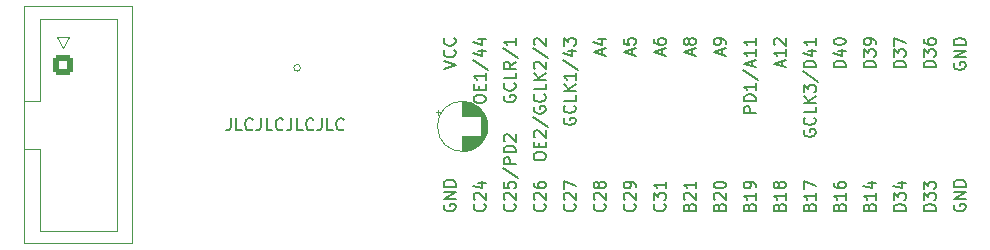
<source format=gto>
G04 #@! TF.GenerationSoftware,KiCad,Pcbnew,7.0.5-0*
G04 #@! TF.CreationDate,2023-07-15T23:12:54+02:00*
G04 #@! TF.ProjectId,atf1504_plcc44_breakout,61746631-3530-4345-9f70-6c636334345f,B*
G04 #@! TF.SameCoordinates,Original*
G04 #@! TF.FileFunction,Legend,Top*
G04 #@! TF.FilePolarity,Positive*
%FSLAX46Y46*%
G04 Gerber Fmt 4.6, Leading zero omitted, Abs format (unit mm)*
G04 Created by KiCad (PCBNEW 7.0.5-0) date 2023-07-15 23:12:54*
%MOMM*%
%LPD*%
G01*
G04 APERTURE LIST*
G04 Aperture macros list*
%AMRoundRect*
0 Rectangle with rounded corners*
0 $1 Rounding radius*
0 $2 $3 $4 $5 $6 $7 $8 $9 X,Y pos of 4 corners*
0 Add a 4 corners polygon primitive as box body*
4,1,4,$2,$3,$4,$5,$6,$7,$8,$9,$2,$3,0*
0 Add four circle primitives for the rounded corners*
1,1,$1+$1,$2,$3*
1,1,$1+$1,$4,$5*
1,1,$1+$1,$6,$7*
1,1,$1+$1,$8,$9*
0 Add four rect primitives between the rounded corners*
20,1,$1+$1,$2,$3,$4,$5,0*
20,1,$1+$1,$4,$5,$6,$7,0*
20,1,$1+$1,$6,$7,$8,$9,0*
20,1,$1+$1,$8,$9,$2,$3,0*%
G04 Aperture macros list end*
%ADD10C,0.150000*%
%ADD11C,0.120000*%
%ADD12R,1.200000X1.200000*%
%ADD13C,1.200000*%
%ADD14R,1.422400X1.422400*%
%ADD15C,1.422400*%
%ADD16RoundRect,0.250000X-0.600000X-0.600000X0.600000X-0.600000X0.600000X0.600000X-0.600000X0.600000X0*%
%ADD17C,1.700000*%
%ADD18R,1.700000X1.700000*%
%ADD19O,1.700000X1.700000*%
G04 APERTURE END LIST*
D10*
X150029104Y-56327731D02*
X150029104Y-55851541D01*
X150314819Y-56422969D02*
X149314819Y-56089636D01*
X149314819Y-56089636D02*
X150314819Y-55756303D01*
X149743390Y-55280112D02*
X149695771Y-55375350D01*
X149695771Y-55375350D02*
X149648152Y-55422969D01*
X149648152Y-55422969D02*
X149552914Y-55470588D01*
X149552914Y-55470588D02*
X149505295Y-55470588D01*
X149505295Y-55470588D02*
X149410057Y-55422969D01*
X149410057Y-55422969D02*
X149362438Y-55375350D01*
X149362438Y-55375350D02*
X149314819Y-55280112D01*
X149314819Y-55280112D02*
X149314819Y-55089636D01*
X149314819Y-55089636D02*
X149362438Y-54994398D01*
X149362438Y-54994398D02*
X149410057Y-54946779D01*
X149410057Y-54946779D02*
X149505295Y-54899160D01*
X149505295Y-54899160D02*
X149552914Y-54899160D01*
X149552914Y-54899160D02*
X149648152Y-54946779D01*
X149648152Y-54946779D02*
X149695771Y-54994398D01*
X149695771Y-54994398D02*
X149743390Y-55089636D01*
X149743390Y-55089636D02*
X149743390Y-55280112D01*
X149743390Y-55280112D02*
X149791009Y-55375350D01*
X149791009Y-55375350D02*
X149838628Y-55422969D01*
X149838628Y-55422969D02*
X149933866Y-55470588D01*
X149933866Y-55470588D02*
X150124342Y-55470588D01*
X150124342Y-55470588D02*
X150219580Y-55422969D01*
X150219580Y-55422969D02*
X150267200Y-55375350D01*
X150267200Y-55375350D02*
X150314819Y-55280112D01*
X150314819Y-55280112D02*
X150314819Y-55089636D01*
X150314819Y-55089636D02*
X150267200Y-54994398D01*
X150267200Y-54994398D02*
X150219580Y-54946779D01*
X150219580Y-54946779D02*
X150124342Y-54899160D01*
X150124342Y-54899160D02*
X149933866Y-54899160D01*
X149933866Y-54899160D02*
X149838628Y-54946779D01*
X149838628Y-54946779D02*
X149791009Y-54994398D01*
X149791009Y-54994398D02*
X149743390Y-55089636D01*
X157649104Y-57280112D02*
X157649104Y-56803922D01*
X157934819Y-57375350D02*
X156934819Y-57042017D01*
X156934819Y-57042017D02*
X157934819Y-56708684D01*
X157934819Y-55851541D02*
X157934819Y-56422969D01*
X157934819Y-56137255D02*
X156934819Y-56137255D01*
X156934819Y-56137255D02*
X157077676Y-56232493D01*
X157077676Y-56232493D02*
X157172914Y-56327731D01*
X157172914Y-56327731D02*
X157220533Y-56422969D01*
X157030057Y-55470588D02*
X156982438Y-55422969D01*
X156982438Y-55422969D02*
X156934819Y-55327731D01*
X156934819Y-55327731D02*
X156934819Y-55089636D01*
X156934819Y-55089636D02*
X156982438Y-54994398D01*
X156982438Y-54994398D02*
X157030057Y-54946779D01*
X157030057Y-54946779D02*
X157125295Y-54899160D01*
X157125295Y-54899160D02*
X157220533Y-54899160D01*
X157220533Y-54899160D02*
X157363390Y-54946779D01*
X157363390Y-54946779D02*
X157934819Y-55518207D01*
X157934819Y-55518207D02*
X157934819Y-54899160D01*
X131534819Y-60137255D02*
X131534819Y-59946779D01*
X131534819Y-59946779D02*
X131582438Y-59851541D01*
X131582438Y-59851541D02*
X131677676Y-59756303D01*
X131677676Y-59756303D02*
X131868152Y-59708684D01*
X131868152Y-59708684D02*
X132201485Y-59708684D01*
X132201485Y-59708684D02*
X132391961Y-59756303D01*
X132391961Y-59756303D02*
X132487200Y-59851541D01*
X132487200Y-59851541D02*
X132534819Y-59946779D01*
X132534819Y-59946779D02*
X132534819Y-60137255D01*
X132534819Y-60137255D02*
X132487200Y-60232493D01*
X132487200Y-60232493D02*
X132391961Y-60327731D01*
X132391961Y-60327731D02*
X132201485Y-60375350D01*
X132201485Y-60375350D02*
X131868152Y-60375350D01*
X131868152Y-60375350D02*
X131677676Y-60327731D01*
X131677676Y-60327731D02*
X131582438Y-60232493D01*
X131582438Y-60232493D02*
X131534819Y-60137255D01*
X132011009Y-59280112D02*
X132011009Y-58946779D01*
X132534819Y-58803922D02*
X132534819Y-59280112D01*
X132534819Y-59280112D02*
X131534819Y-59280112D01*
X131534819Y-59280112D02*
X131534819Y-58803922D01*
X132534819Y-57851541D02*
X132534819Y-58422969D01*
X132534819Y-58137255D02*
X131534819Y-58137255D01*
X131534819Y-58137255D02*
X131677676Y-58232493D01*
X131677676Y-58232493D02*
X131772914Y-58327731D01*
X131772914Y-58327731D02*
X131820533Y-58422969D01*
X131487200Y-56708684D02*
X132772914Y-57565826D01*
X131868152Y-55946779D02*
X132534819Y-55946779D01*
X131487200Y-56184874D02*
X132201485Y-56422969D01*
X132201485Y-56422969D02*
X132201485Y-55803922D01*
X131868152Y-54994398D02*
X132534819Y-54994398D01*
X131487200Y-55232493D02*
X132201485Y-55470588D01*
X132201485Y-55470588D02*
X132201485Y-54851541D01*
X142409104Y-56327731D02*
X142409104Y-55851541D01*
X142694819Y-56422969D02*
X141694819Y-56089636D01*
X141694819Y-56089636D02*
X142694819Y-55756303D01*
X142028152Y-54994398D02*
X142694819Y-54994398D01*
X141647200Y-55232493D02*
X142361485Y-55470588D01*
X142361485Y-55470588D02*
X142361485Y-54851541D01*
X170634819Y-69513220D02*
X169634819Y-69513220D01*
X169634819Y-69513220D02*
X169634819Y-69275125D01*
X169634819Y-69275125D02*
X169682438Y-69132268D01*
X169682438Y-69132268D02*
X169777676Y-69037030D01*
X169777676Y-69037030D02*
X169872914Y-68989411D01*
X169872914Y-68989411D02*
X170063390Y-68941792D01*
X170063390Y-68941792D02*
X170206247Y-68941792D01*
X170206247Y-68941792D02*
X170396723Y-68989411D01*
X170396723Y-68989411D02*
X170491961Y-69037030D01*
X170491961Y-69037030D02*
X170587200Y-69132268D01*
X170587200Y-69132268D02*
X170634819Y-69275125D01*
X170634819Y-69275125D02*
X170634819Y-69513220D01*
X169634819Y-68608458D02*
X169634819Y-67989411D01*
X169634819Y-67989411D02*
X170015771Y-68322744D01*
X170015771Y-68322744D02*
X170015771Y-68179887D01*
X170015771Y-68179887D02*
X170063390Y-68084649D01*
X170063390Y-68084649D02*
X170111009Y-68037030D01*
X170111009Y-68037030D02*
X170206247Y-67989411D01*
X170206247Y-67989411D02*
X170444342Y-67989411D01*
X170444342Y-67989411D02*
X170539580Y-68037030D01*
X170539580Y-68037030D02*
X170587200Y-68084649D01*
X170587200Y-68084649D02*
X170634819Y-68179887D01*
X170634819Y-68179887D02*
X170634819Y-68465601D01*
X170634819Y-68465601D02*
X170587200Y-68560839D01*
X170587200Y-68560839D02*
X170539580Y-68608458D01*
X169634819Y-67656077D02*
X169634819Y-67037030D01*
X169634819Y-67037030D02*
X170015771Y-67370363D01*
X170015771Y-67370363D02*
X170015771Y-67227506D01*
X170015771Y-67227506D02*
X170063390Y-67132268D01*
X170063390Y-67132268D02*
X170111009Y-67084649D01*
X170111009Y-67084649D02*
X170206247Y-67037030D01*
X170206247Y-67037030D02*
X170444342Y-67037030D01*
X170444342Y-67037030D02*
X170539580Y-67084649D01*
X170539580Y-67084649D02*
X170587200Y-67132268D01*
X170587200Y-67132268D02*
X170634819Y-67227506D01*
X170634819Y-67227506D02*
X170634819Y-67513220D01*
X170634819Y-67513220D02*
X170587200Y-67608458D01*
X170587200Y-67608458D02*
X170539580Y-67656077D01*
X140059580Y-68941792D02*
X140107200Y-68989411D01*
X140107200Y-68989411D02*
X140154819Y-69132268D01*
X140154819Y-69132268D02*
X140154819Y-69227506D01*
X140154819Y-69227506D02*
X140107200Y-69370363D01*
X140107200Y-69370363D02*
X140011961Y-69465601D01*
X140011961Y-69465601D02*
X139916723Y-69513220D01*
X139916723Y-69513220D02*
X139726247Y-69560839D01*
X139726247Y-69560839D02*
X139583390Y-69560839D01*
X139583390Y-69560839D02*
X139392914Y-69513220D01*
X139392914Y-69513220D02*
X139297676Y-69465601D01*
X139297676Y-69465601D02*
X139202438Y-69370363D01*
X139202438Y-69370363D02*
X139154819Y-69227506D01*
X139154819Y-69227506D02*
X139154819Y-69132268D01*
X139154819Y-69132268D02*
X139202438Y-68989411D01*
X139202438Y-68989411D02*
X139250057Y-68941792D01*
X139250057Y-68560839D02*
X139202438Y-68513220D01*
X139202438Y-68513220D02*
X139154819Y-68417982D01*
X139154819Y-68417982D02*
X139154819Y-68179887D01*
X139154819Y-68179887D02*
X139202438Y-68084649D01*
X139202438Y-68084649D02*
X139250057Y-68037030D01*
X139250057Y-68037030D02*
X139345295Y-67989411D01*
X139345295Y-67989411D02*
X139440533Y-67989411D01*
X139440533Y-67989411D02*
X139583390Y-68037030D01*
X139583390Y-68037030D02*
X140154819Y-68608458D01*
X140154819Y-68608458D02*
X140154819Y-67989411D01*
X139154819Y-67656077D02*
X139154819Y-66989411D01*
X139154819Y-66989411D02*
X140154819Y-67417982D01*
X110950951Y-61684819D02*
X110950951Y-62399104D01*
X110950951Y-62399104D02*
X110903332Y-62541961D01*
X110903332Y-62541961D02*
X110808094Y-62637200D01*
X110808094Y-62637200D02*
X110665237Y-62684819D01*
X110665237Y-62684819D02*
X110569999Y-62684819D01*
X111903332Y-62684819D02*
X111427142Y-62684819D01*
X111427142Y-62684819D02*
X111427142Y-61684819D01*
X112808094Y-62589580D02*
X112760475Y-62637200D01*
X112760475Y-62637200D02*
X112617618Y-62684819D01*
X112617618Y-62684819D02*
X112522380Y-62684819D01*
X112522380Y-62684819D02*
X112379523Y-62637200D01*
X112379523Y-62637200D02*
X112284285Y-62541961D01*
X112284285Y-62541961D02*
X112236666Y-62446723D01*
X112236666Y-62446723D02*
X112189047Y-62256247D01*
X112189047Y-62256247D02*
X112189047Y-62113390D01*
X112189047Y-62113390D02*
X112236666Y-61922914D01*
X112236666Y-61922914D02*
X112284285Y-61827676D01*
X112284285Y-61827676D02*
X112379523Y-61732438D01*
X112379523Y-61732438D02*
X112522380Y-61684819D01*
X112522380Y-61684819D02*
X112617618Y-61684819D01*
X112617618Y-61684819D02*
X112760475Y-61732438D01*
X112760475Y-61732438D02*
X112808094Y-61780057D01*
X113522380Y-61684819D02*
X113522380Y-62399104D01*
X113522380Y-62399104D02*
X113474761Y-62541961D01*
X113474761Y-62541961D02*
X113379523Y-62637200D01*
X113379523Y-62637200D02*
X113236666Y-62684819D01*
X113236666Y-62684819D02*
X113141428Y-62684819D01*
X114474761Y-62684819D02*
X113998571Y-62684819D01*
X113998571Y-62684819D02*
X113998571Y-61684819D01*
X115379523Y-62589580D02*
X115331904Y-62637200D01*
X115331904Y-62637200D02*
X115189047Y-62684819D01*
X115189047Y-62684819D02*
X115093809Y-62684819D01*
X115093809Y-62684819D02*
X114950952Y-62637200D01*
X114950952Y-62637200D02*
X114855714Y-62541961D01*
X114855714Y-62541961D02*
X114808095Y-62446723D01*
X114808095Y-62446723D02*
X114760476Y-62256247D01*
X114760476Y-62256247D02*
X114760476Y-62113390D01*
X114760476Y-62113390D02*
X114808095Y-61922914D01*
X114808095Y-61922914D02*
X114855714Y-61827676D01*
X114855714Y-61827676D02*
X114950952Y-61732438D01*
X114950952Y-61732438D02*
X115093809Y-61684819D01*
X115093809Y-61684819D02*
X115189047Y-61684819D01*
X115189047Y-61684819D02*
X115331904Y-61732438D01*
X115331904Y-61732438D02*
X115379523Y-61780057D01*
X116093809Y-61684819D02*
X116093809Y-62399104D01*
X116093809Y-62399104D02*
X116046190Y-62541961D01*
X116046190Y-62541961D02*
X115950952Y-62637200D01*
X115950952Y-62637200D02*
X115808095Y-62684819D01*
X115808095Y-62684819D02*
X115712857Y-62684819D01*
X117046190Y-62684819D02*
X116570000Y-62684819D01*
X116570000Y-62684819D02*
X116570000Y-61684819D01*
X117950952Y-62589580D02*
X117903333Y-62637200D01*
X117903333Y-62637200D02*
X117760476Y-62684819D01*
X117760476Y-62684819D02*
X117665238Y-62684819D01*
X117665238Y-62684819D02*
X117522381Y-62637200D01*
X117522381Y-62637200D02*
X117427143Y-62541961D01*
X117427143Y-62541961D02*
X117379524Y-62446723D01*
X117379524Y-62446723D02*
X117331905Y-62256247D01*
X117331905Y-62256247D02*
X117331905Y-62113390D01*
X117331905Y-62113390D02*
X117379524Y-61922914D01*
X117379524Y-61922914D02*
X117427143Y-61827676D01*
X117427143Y-61827676D02*
X117522381Y-61732438D01*
X117522381Y-61732438D02*
X117665238Y-61684819D01*
X117665238Y-61684819D02*
X117760476Y-61684819D01*
X117760476Y-61684819D02*
X117903333Y-61732438D01*
X117903333Y-61732438D02*
X117950952Y-61780057D01*
X118665238Y-61684819D02*
X118665238Y-62399104D01*
X118665238Y-62399104D02*
X118617619Y-62541961D01*
X118617619Y-62541961D02*
X118522381Y-62637200D01*
X118522381Y-62637200D02*
X118379524Y-62684819D01*
X118379524Y-62684819D02*
X118284286Y-62684819D01*
X119617619Y-62684819D02*
X119141429Y-62684819D01*
X119141429Y-62684819D02*
X119141429Y-61684819D01*
X120522381Y-62589580D02*
X120474762Y-62637200D01*
X120474762Y-62637200D02*
X120331905Y-62684819D01*
X120331905Y-62684819D02*
X120236667Y-62684819D01*
X120236667Y-62684819D02*
X120093810Y-62637200D01*
X120093810Y-62637200D02*
X119998572Y-62541961D01*
X119998572Y-62541961D02*
X119950953Y-62446723D01*
X119950953Y-62446723D02*
X119903334Y-62256247D01*
X119903334Y-62256247D02*
X119903334Y-62113390D01*
X119903334Y-62113390D02*
X119950953Y-61922914D01*
X119950953Y-61922914D02*
X119998572Y-61827676D01*
X119998572Y-61827676D02*
X120093810Y-61732438D01*
X120093810Y-61732438D02*
X120236667Y-61684819D01*
X120236667Y-61684819D02*
X120331905Y-61684819D01*
X120331905Y-61684819D02*
X120474762Y-61732438D01*
X120474762Y-61732438D02*
X120522381Y-61780057D01*
X134979580Y-68941792D02*
X135027200Y-68989411D01*
X135027200Y-68989411D02*
X135074819Y-69132268D01*
X135074819Y-69132268D02*
X135074819Y-69227506D01*
X135074819Y-69227506D02*
X135027200Y-69370363D01*
X135027200Y-69370363D02*
X134931961Y-69465601D01*
X134931961Y-69465601D02*
X134836723Y-69513220D01*
X134836723Y-69513220D02*
X134646247Y-69560839D01*
X134646247Y-69560839D02*
X134503390Y-69560839D01*
X134503390Y-69560839D02*
X134312914Y-69513220D01*
X134312914Y-69513220D02*
X134217676Y-69465601D01*
X134217676Y-69465601D02*
X134122438Y-69370363D01*
X134122438Y-69370363D02*
X134074819Y-69227506D01*
X134074819Y-69227506D02*
X134074819Y-69132268D01*
X134074819Y-69132268D02*
X134122438Y-68989411D01*
X134122438Y-68989411D02*
X134170057Y-68941792D01*
X134170057Y-68560839D02*
X134122438Y-68513220D01*
X134122438Y-68513220D02*
X134074819Y-68417982D01*
X134074819Y-68417982D02*
X134074819Y-68179887D01*
X134074819Y-68179887D02*
X134122438Y-68084649D01*
X134122438Y-68084649D02*
X134170057Y-68037030D01*
X134170057Y-68037030D02*
X134265295Y-67989411D01*
X134265295Y-67989411D02*
X134360533Y-67989411D01*
X134360533Y-67989411D02*
X134503390Y-68037030D01*
X134503390Y-68037030D02*
X135074819Y-68608458D01*
X135074819Y-68608458D02*
X135074819Y-67989411D01*
X134074819Y-67084649D02*
X134074819Y-67560839D01*
X134074819Y-67560839D02*
X134551009Y-67608458D01*
X134551009Y-67608458D02*
X134503390Y-67560839D01*
X134503390Y-67560839D02*
X134455771Y-67465601D01*
X134455771Y-67465601D02*
X134455771Y-67227506D01*
X134455771Y-67227506D02*
X134503390Y-67132268D01*
X134503390Y-67132268D02*
X134551009Y-67084649D01*
X134551009Y-67084649D02*
X134646247Y-67037030D01*
X134646247Y-67037030D02*
X134884342Y-67037030D01*
X134884342Y-67037030D02*
X134979580Y-67084649D01*
X134979580Y-67084649D02*
X135027200Y-67132268D01*
X135027200Y-67132268D02*
X135074819Y-67227506D01*
X135074819Y-67227506D02*
X135074819Y-67465601D01*
X135074819Y-67465601D02*
X135027200Y-67560839D01*
X135027200Y-67560839D02*
X134979580Y-67608458D01*
X134027200Y-65894173D02*
X135312914Y-66751315D01*
X135074819Y-65560839D02*
X134074819Y-65560839D01*
X134074819Y-65560839D02*
X134074819Y-65179887D01*
X134074819Y-65179887D02*
X134122438Y-65084649D01*
X134122438Y-65084649D02*
X134170057Y-65037030D01*
X134170057Y-65037030D02*
X134265295Y-64989411D01*
X134265295Y-64989411D02*
X134408152Y-64989411D01*
X134408152Y-64989411D02*
X134503390Y-65037030D01*
X134503390Y-65037030D02*
X134551009Y-65084649D01*
X134551009Y-65084649D02*
X134598628Y-65179887D01*
X134598628Y-65179887D02*
X134598628Y-65560839D01*
X135074819Y-64560839D02*
X134074819Y-64560839D01*
X134074819Y-64560839D02*
X134074819Y-64322744D01*
X134074819Y-64322744D02*
X134122438Y-64179887D01*
X134122438Y-64179887D02*
X134217676Y-64084649D01*
X134217676Y-64084649D02*
X134312914Y-64037030D01*
X134312914Y-64037030D02*
X134503390Y-63989411D01*
X134503390Y-63989411D02*
X134646247Y-63989411D01*
X134646247Y-63989411D02*
X134836723Y-64037030D01*
X134836723Y-64037030D02*
X134931961Y-64084649D01*
X134931961Y-64084649D02*
X135027200Y-64179887D01*
X135027200Y-64179887D02*
X135074819Y-64322744D01*
X135074819Y-64322744D02*
X135074819Y-64560839D01*
X134170057Y-63608458D02*
X134122438Y-63560839D01*
X134122438Y-63560839D02*
X134074819Y-63465601D01*
X134074819Y-63465601D02*
X134074819Y-63227506D01*
X134074819Y-63227506D02*
X134122438Y-63132268D01*
X134122438Y-63132268D02*
X134170057Y-63084649D01*
X134170057Y-63084649D02*
X134265295Y-63037030D01*
X134265295Y-63037030D02*
X134360533Y-63037030D01*
X134360533Y-63037030D02*
X134503390Y-63084649D01*
X134503390Y-63084649D02*
X135074819Y-63656077D01*
X135074819Y-63656077D02*
X135074819Y-63037030D01*
X134122438Y-59756303D02*
X134074819Y-59851541D01*
X134074819Y-59851541D02*
X134074819Y-59994398D01*
X134074819Y-59994398D02*
X134122438Y-60137255D01*
X134122438Y-60137255D02*
X134217676Y-60232493D01*
X134217676Y-60232493D02*
X134312914Y-60280112D01*
X134312914Y-60280112D02*
X134503390Y-60327731D01*
X134503390Y-60327731D02*
X134646247Y-60327731D01*
X134646247Y-60327731D02*
X134836723Y-60280112D01*
X134836723Y-60280112D02*
X134931961Y-60232493D01*
X134931961Y-60232493D02*
X135027200Y-60137255D01*
X135027200Y-60137255D02*
X135074819Y-59994398D01*
X135074819Y-59994398D02*
X135074819Y-59899160D01*
X135074819Y-59899160D02*
X135027200Y-59756303D01*
X135027200Y-59756303D02*
X134979580Y-59708684D01*
X134979580Y-59708684D02*
X134646247Y-59708684D01*
X134646247Y-59708684D02*
X134646247Y-59899160D01*
X134979580Y-58708684D02*
X135027200Y-58756303D01*
X135027200Y-58756303D02*
X135074819Y-58899160D01*
X135074819Y-58899160D02*
X135074819Y-58994398D01*
X135074819Y-58994398D02*
X135027200Y-59137255D01*
X135027200Y-59137255D02*
X134931961Y-59232493D01*
X134931961Y-59232493D02*
X134836723Y-59280112D01*
X134836723Y-59280112D02*
X134646247Y-59327731D01*
X134646247Y-59327731D02*
X134503390Y-59327731D01*
X134503390Y-59327731D02*
X134312914Y-59280112D01*
X134312914Y-59280112D02*
X134217676Y-59232493D01*
X134217676Y-59232493D02*
X134122438Y-59137255D01*
X134122438Y-59137255D02*
X134074819Y-58994398D01*
X134074819Y-58994398D02*
X134074819Y-58899160D01*
X134074819Y-58899160D02*
X134122438Y-58756303D01*
X134122438Y-58756303D02*
X134170057Y-58708684D01*
X135074819Y-57803922D02*
X135074819Y-58280112D01*
X135074819Y-58280112D02*
X134074819Y-58280112D01*
X135074819Y-56899160D02*
X134598628Y-57232493D01*
X135074819Y-57470588D02*
X134074819Y-57470588D01*
X134074819Y-57470588D02*
X134074819Y-57089636D01*
X134074819Y-57089636D02*
X134122438Y-56994398D01*
X134122438Y-56994398D02*
X134170057Y-56946779D01*
X134170057Y-56946779D02*
X134265295Y-56899160D01*
X134265295Y-56899160D02*
X134408152Y-56899160D01*
X134408152Y-56899160D02*
X134503390Y-56946779D01*
X134503390Y-56946779D02*
X134551009Y-56994398D01*
X134551009Y-56994398D02*
X134598628Y-57089636D01*
X134598628Y-57089636D02*
X134598628Y-57470588D01*
X134027200Y-55756303D02*
X135312914Y-56613445D01*
X135074819Y-54899160D02*
X135074819Y-55470588D01*
X135074819Y-55184874D02*
X134074819Y-55184874D01*
X134074819Y-55184874D02*
X134217676Y-55280112D01*
X134217676Y-55280112D02*
X134312914Y-55375350D01*
X134312914Y-55375350D02*
X134360533Y-55470588D01*
X128994819Y-57470588D02*
X129994819Y-57137255D01*
X129994819Y-57137255D02*
X128994819Y-56803922D01*
X129899580Y-55899160D02*
X129947200Y-55946779D01*
X129947200Y-55946779D02*
X129994819Y-56089636D01*
X129994819Y-56089636D02*
X129994819Y-56184874D01*
X129994819Y-56184874D02*
X129947200Y-56327731D01*
X129947200Y-56327731D02*
X129851961Y-56422969D01*
X129851961Y-56422969D02*
X129756723Y-56470588D01*
X129756723Y-56470588D02*
X129566247Y-56518207D01*
X129566247Y-56518207D02*
X129423390Y-56518207D01*
X129423390Y-56518207D02*
X129232914Y-56470588D01*
X129232914Y-56470588D02*
X129137676Y-56422969D01*
X129137676Y-56422969D02*
X129042438Y-56327731D01*
X129042438Y-56327731D02*
X128994819Y-56184874D01*
X128994819Y-56184874D02*
X128994819Y-56089636D01*
X128994819Y-56089636D02*
X129042438Y-55946779D01*
X129042438Y-55946779D02*
X129090057Y-55899160D01*
X129899580Y-54899160D02*
X129947200Y-54946779D01*
X129947200Y-54946779D02*
X129994819Y-55089636D01*
X129994819Y-55089636D02*
X129994819Y-55184874D01*
X129994819Y-55184874D02*
X129947200Y-55327731D01*
X129947200Y-55327731D02*
X129851961Y-55422969D01*
X129851961Y-55422969D02*
X129756723Y-55470588D01*
X129756723Y-55470588D02*
X129566247Y-55518207D01*
X129566247Y-55518207D02*
X129423390Y-55518207D01*
X129423390Y-55518207D02*
X129232914Y-55470588D01*
X129232914Y-55470588D02*
X129137676Y-55422969D01*
X129137676Y-55422969D02*
X129042438Y-55327731D01*
X129042438Y-55327731D02*
X128994819Y-55184874D01*
X128994819Y-55184874D02*
X128994819Y-55089636D01*
X128994819Y-55089636D02*
X129042438Y-54946779D01*
X129042438Y-54946779D02*
X129090057Y-54899160D01*
X165031009Y-69179887D02*
X165078628Y-69037030D01*
X165078628Y-69037030D02*
X165126247Y-68989411D01*
X165126247Y-68989411D02*
X165221485Y-68941792D01*
X165221485Y-68941792D02*
X165364342Y-68941792D01*
X165364342Y-68941792D02*
X165459580Y-68989411D01*
X165459580Y-68989411D02*
X165507200Y-69037030D01*
X165507200Y-69037030D02*
X165554819Y-69132268D01*
X165554819Y-69132268D02*
X165554819Y-69513220D01*
X165554819Y-69513220D02*
X164554819Y-69513220D01*
X164554819Y-69513220D02*
X164554819Y-69179887D01*
X164554819Y-69179887D02*
X164602438Y-69084649D01*
X164602438Y-69084649D02*
X164650057Y-69037030D01*
X164650057Y-69037030D02*
X164745295Y-68989411D01*
X164745295Y-68989411D02*
X164840533Y-68989411D01*
X164840533Y-68989411D02*
X164935771Y-69037030D01*
X164935771Y-69037030D02*
X164983390Y-69084649D01*
X164983390Y-69084649D02*
X165031009Y-69179887D01*
X165031009Y-69179887D02*
X165031009Y-69513220D01*
X165554819Y-67989411D02*
X165554819Y-68560839D01*
X165554819Y-68275125D02*
X164554819Y-68275125D01*
X164554819Y-68275125D02*
X164697676Y-68370363D01*
X164697676Y-68370363D02*
X164792914Y-68465601D01*
X164792914Y-68465601D02*
X164840533Y-68560839D01*
X164888152Y-67132268D02*
X165554819Y-67132268D01*
X164507200Y-67370363D02*
X165221485Y-67608458D01*
X165221485Y-67608458D02*
X165221485Y-66989411D01*
X147679580Y-68941792D02*
X147727200Y-68989411D01*
X147727200Y-68989411D02*
X147774819Y-69132268D01*
X147774819Y-69132268D02*
X147774819Y-69227506D01*
X147774819Y-69227506D02*
X147727200Y-69370363D01*
X147727200Y-69370363D02*
X147631961Y-69465601D01*
X147631961Y-69465601D02*
X147536723Y-69513220D01*
X147536723Y-69513220D02*
X147346247Y-69560839D01*
X147346247Y-69560839D02*
X147203390Y-69560839D01*
X147203390Y-69560839D02*
X147012914Y-69513220D01*
X147012914Y-69513220D02*
X146917676Y-69465601D01*
X146917676Y-69465601D02*
X146822438Y-69370363D01*
X146822438Y-69370363D02*
X146774819Y-69227506D01*
X146774819Y-69227506D02*
X146774819Y-69132268D01*
X146774819Y-69132268D02*
X146822438Y-68989411D01*
X146822438Y-68989411D02*
X146870057Y-68941792D01*
X146774819Y-68608458D02*
X146774819Y-67989411D01*
X146774819Y-67989411D02*
X147155771Y-68322744D01*
X147155771Y-68322744D02*
X147155771Y-68179887D01*
X147155771Y-68179887D02*
X147203390Y-68084649D01*
X147203390Y-68084649D02*
X147251009Y-68037030D01*
X147251009Y-68037030D02*
X147346247Y-67989411D01*
X147346247Y-67989411D02*
X147584342Y-67989411D01*
X147584342Y-67989411D02*
X147679580Y-68037030D01*
X147679580Y-68037030D02*
X147727200Y-68084649D01*
X147727200Y-68084649D02*
X147774819Y-68179887D01*
X147774819Y-68179887D02*
X147774819Y-68465601D01*
X147774819Y-68465601D02*
X147727200Y-68560839D01*
X147727200Y-68560839D02*
X147679580Y-68608458D01*
X147774819Y-67037030D02*
X147774819Y-67608458D01*
X147774819Y-67322744D02*
X146774819Y-67322744D01*
X146774819Y-67322744D02*
X146917676Y-67417982D01*
X146917676Y-67417982D02*
X147012914Y-67513220D01*
X147012914Y-67513220D02*
X147060533Y-67608458D01*
X132439580Y-68941792D02*
X132487200Y-68989411D01*
X132487200Y-68989411D02*
X132534819Y-69132268D01*
X132534819Y-69132268D02*
X132534819Y-69227506D01*
X132534819Y-69227506D02*
X132487200Y-69370363D01*
X132487200Y-69370363D02*
X132391961Y-69465601D01*
X132391961Y-69465601D02*
X132296723Y-69513220D01*
X132296723Y-69513220D02*
X132106247Y-69560839D01*
X132106247Y-69560839D02*
X131963390Y-69560839D01*
X131963390Y-69560839D02*
X131772914Y-69513220D01*
X131772914Y-69513220D02*
X131677676Y-69465601D01*
X131677676Y-69465601D02*
X131582438Y-69370363D01*
X131582438Y-69370363D02*
X131534819Y-69227506D01*
X131534819Y-69227506D02*
X131534819Y-69132268D01*
X131534819Y-69132268D02*
X131582438Y-68989411D01*
X131582438Y-68989411D02*
X131630057Y-68941792D01*
X131630057Y-68560839D02*
X131582438Y-68513220D01*
X131582438Y-68513220D02*
X131534819Y-68417982D01*
X131534819Y-68417982D02*
X131534819Y-68179887D01*
X131534819Y-68179887D02*
X131582438Y-68084649D01*
X131582438Y-68084649D02*
X131630057Y-68037030D01*
X131630057Y-68037030D02*
X131725295Y-67989411D01*
X131725295Y-67989411D02*
X131820533Y-67989411D01*
X131820533Y-67989411D02*
X131963390Y-68037030D01*
X131963390Y-68037030D02*
X132534819Y-68608458D01*
X132534819Y-68608458D02*
X132534819Y-67989411D01*
X131868152Y-67132268D02*
X132534819Y-67132268D01*
X131487200Y-67370363D02*
X132201485Y-67608458D01*
X132201485Y-67608458D02*
X132201485Y-66989411D01*
X172222438Y-56994398D02*
X172174819Y-57089636D01*
X172174819Y-57089636D02*
X172174819Y-57232493D01*
X172174819Y-57232493D02*
X172222438Y-57375350D01*
X172222438Y-57375350D02*
X172317676Y-57470588D01*
X172317676Y-57470588D02*
X172412914Y-57518207D01*
X172412914Y-57518207D02*
X172603390Y-57565826D01*
X172603390Y-57565826D02*
X172746247Y-57565826D01*
X172746247Y-57565826D02*
X172936723Y-57518207D01*
X172936723Y-57518207D02*
X173031961Y-57470588D01*
X173031961Y-57470588D02*
X173127200Y-57375350D01*
X173127200Y-57375350D02*
X173174819Y-57232493D01*
X173174819Y-57232493D02*
X173174819Y-57137255D01*
X173174819Y-57137255D02*
X173127200Y-56994398D01*
X173127200Y-56994398D02*
X173079580Y-56946779D01*
X173079580Y-56946779D02*
X172746247Y-56946779D01*
X172746247Y-56946779D02*
X172746247Y-57137255D01*
X173174819Y-56518207D02*
X172174819Y-56518207D01*
X172174819Y-56518207D02*
X173174819Y-55946779D01*
X173174819Y-55946779D02*
X172174819Y-55946779D01*
X173174819Y-55470588D02*
X172174819Y-55470588D01*
X172174819Y-55470588D02*
X172174819Y-55232493D01*
X172174819Y-55232493D02*
X172222438Y-55089636D01*
X172222438Y-55089636D02*
X172317676Y-54994398D01*
X172317676Y-54994398D02*
X172412914Y-54946779D01*
X172412914Y-54946779D02*
X172603390Y-54899160D01*
X172603390Y-54899160D02*
X172746247Y-54899160D01*
X172746247Y-54899160D02*
X172936723Y-54946779D01*
X172936723Y-54946779D02*
X173031961Y-54994398D01*
X173031961Y-54994398D02*
X173127200Y-55089636D01*
X173127200Y-55089636D02*
X173174819Y-55232493D01*
X173174819Y-55232493D02*
X173174819Y-55470588D01*
X136614819Y-64994398D02*
X136614819Y-64803922D01*
X136614819Y-64803922D02*
X136662438Y-64708684D01*
X136662438Y-64708684D02*
X136757676Y-64613446D01*
X136757676Y-64613446D02*
X136948152Y-64565827D01*
X136948152Y-64565827D02*
X137281485Y-64565827D01*
X137281485Y-64565827D02*
X137471961Y-64613446D01*
X137471961Y-64613446D02*
X137567200Y-64708684D01*
X137567200Y-64708684D02*
X137614819Y-64803922D01*
X137614819Y-64803922D02*
X137614819Y-64994398D01*
X137614819Y-64994398D02*
X137567200Y-65089636D01*
X137567200Y-65089636D02*
X137471961Y-65184874D01*
X137471961Y-65184874D02*
X137281485Y-65232493D01*
X137281485Y-65232493D02*
X136948152Y-65232493D01*
X136948152Y-65232493D02*
X136757676Y-65184874D01*
X136757676Y-65184874D02*
X136662438Y-65089636D01*
X136662438Y-65089636D02*
X136614819Y-64994398D01*
X137091009Y-64137255D02*
X137091009Y-63803922D01*
X137614819Y-63661065D02*
X137614819Y-64137255D01*
X137614819Y-64137255D02*
X136614819Y-64137255D01*
X136614819Y-64137255D02*
X136614819Y-63661065D01*
X136710057Y-63280112D02*
X136662438Y-63232493D01*
X136662438Y-63232493D02*
X136614819Y-63137255D01*
X136614819Y-63137255D02*
X136614819Y-62899160D01*
X136614819Y-62899160D02*
X136662438Y-62803922D01*
X136662438Y-62803922D02*
X136710057Y-62756303D01*
X136710057Y-62756303D02*
X136805295Y-62708684D01*
X136805295Y-62708684D02*
X136900533Y-62708684D01*
X136900533Y-62708684D02*
X137043390Y-62756303D01*
X137043390Y-62756303D02*
X137614819Y-63327731D01*
X137614819Y-63327731D02*
X137614819Y-62708684D01*
X136567200Y-61565827D02*
X137852914Y-62422969D01*
X136662438Y-60708684D02*
X136614819Y-60803922D01*
X136614819Y-60803922D02*
X136614819Y-60946779D01*
X136614819Y-60946779D02*
X136662438Y-61089636D01*
X136662438Y-61089636D02*
X136757676Y-61184874D01*
X136757676Y-61184874D02*
X136852914Y-61232493D01*
X136852914Y-61232493D02*
X137043390Y-61280112D01*
X137043390Y-61280112D02*
X137186247Y-61280112D01*
X137186247Y-61280112D02*
X137376723Y-61232493D01*
X137376723Y-61232493D02*
X137471961Y-61184874D01*
X137471961Y-61184874D02*
X137567200Y-61089636D01*
X137567200Y-61089636D02*
X137614819Y-60946779D01*
X137614819Y-60946779D02*
X137614819Y-60851541D01*
X137614819Y-60851541D02*
X137567200Y-60708684D01*
X137567200Y-60708684D02*
X137519580Y-60661065D01*
X137519580Y-60661065D02*
X137186247Y-60661065D01*
X137186247Y-60661065D02*
X137186247Y-60851541D01*
X137519580Y-59661065D02*
X137567200Y-59708684D01*
X137567200Y-59708684D02*
X137614819Y-59851541D01*
X137614819Y-59851541D02*
X137614819Y-59946779D01*
X137614819Y-59946779D02*
X137567200Y-60089636D01*
X137567200Y-60089636D02*
X137471961Y-60184874D01*
X137471961Y-60184874D02*
X137376723Y-60232493D01*
X137376723Y-60232493D02*
X137186247Y-60280112D01*
X137186247Y-60280112D02*
X137043390Y-60280112D01*
X137043390Y-60280112D02*
X136852914Y-60232493D01*
X136852914Y-60232493D02*
X136757676Y-60184874D01*
X136757676Y-60184874D02*
X136662438Y-60089636D01*
X136662438Y-60089636D02*
X136614819Y-59946779D01*
X136614819Y-59946779D02*
X136614819Y-59851541D01*
X136614819Y-59851541D02*
X136662438Y-59708684D01*
X136662438Y-59708684D02*
X136710057Y-59661065D01*
X137614819Y-58756303D02*
X137614819Y-59232493D01*
X137614819Y-59232493D02*
X136614819Y-59232493D01*
X137614819Y-58422969D02*
X136614819Y-58422969D01*
X137614819Y-57851541D02*
X137043390Y-58280112D01*
X136614819Y-57851541D02*
X137186247Y-58422969D01*
X136710057Y-57470588D02*
X136662438Y-57422969D01*
X136662438Y-57422969D02*
X136614819Y-57327731D01*
X136614819Y-57327731D02*
X136614819Y-57089636D01*
X136614819Y-57089636D02*
X136662438Y-56994398D01*
X136662438Y-56994398D02*
X136710057Y-56946779D01*
X136710057Y-56946779D02*
X136805295Y-56899160D01*
X136805295Y-56899160D02*
X136900533Y-56899160D01*
X136900533Y-56899160D02*
X137043390Y-56946779D01*
X137043390Y-56946779D02*
X137614819Y-57518207D01*
X137614819Y-57518207D02*
X137614819Y-56899160D01*
X136567200Y-55756303D02*
X137852914Y-56613445D01*
X136710057Y-55470588D02*
X136662438Y-55422969D01*
X136662438Y-55422969D02*
X136614819Y-55327731D01*
X136614819Y-55327731D02*
X136614819Y-55089636D01*
X136614819Y-55089636D02*
X136662438Y-54994398D01*
X136662438Y-54994398D02*
X136710057Y-54946779D01*
X136710057Y-54946779D02*
X136805295Y-54899160D01*
X136805295Y-54899160D02*
X136900533Y-54899160D01*
X136900533Y-54899160D02*
X137043390Y-54946779D01*
X137043390Y-54946779D02*
X137614819Y-55518207D01*
X137614819Y-55518207D02*
X137614819Y-54899160D01*
X155394819Y-61232493D02*
X154394819Y-61232493D01*
X154394819Y-61232493D02*
X154394819Y-60851541D01*
X154394819Y-60851541D02*
X154442438Y-60756303D01*
X154442438Y-60756303D02*
X154490057Y-60708684D01*
X154490057Y-60708684D02*
X154585295Y-60661065D01*
X154585295Y-60661065D02*
X154728152Y-60661065D01*
X154728152Y-60661065D02*
X154823390Y-60708684D01*
X154823390Y-60708684D02*
X154871009Y-60756303D01*
X154871009Y-60756303D02*
X154918628Y-60851541D01*
X154918628Y-60851541D02*
X154918628Y-61232493D01*
X155394819Y-60232493D02*
X154394819Y-60232493D01*
X154394819Y-60232493D02*
X154394819Y-59994398D01*
X154394819Y-59994398D02*
X154442438Y-59851541D01*
X154442438Y-59851541D02*
X154537676Y-59756303D01*
X154537676Y-59756303D02*
X154632914Y-59708684D01*
X154632914Y-59708684D02*
X154823390Y-59661065D01*
X154823390Y-59661065D02*
X154966247Y-59661065D01*
X154966247Y-59661065D02*
X155156723Y-59708684D01*
X155156723Y-59708684D02*
X155251961Y-59756303D01*
X155251961Y-59756303D02*
X155347200Y-59851541D01*
X155347200Y-59851541D02*
X155394819Y-59994398D01*
X155394819Y-59994398D02*
X155394819Y-60232493D01*
X155394819Y-58708684D02*
X155394819Y-59280112D01*
X155394819Y-58994398D02*
X154394819Y-58994398D01*
X154394819Y-58994398D02*
X154537676Y-59089636D01*
X154537676Y-59089636D02*
X154632914Y-59184874D01*
X154632914Y-59184874D02*
X154680533Y-59280112D01*
X154347200Y-57565827D02*
X155632914Y-58422969D01*
X155109104Y-57280112D02*
X155109104Y-56803922D01*
X155394819Y-57375350D02*
X154394819Y-57042017D01*
X154394819Y-57042017D02*
X155394819Y-56708684D01*
X155394819Y-55851541D02*
X155394819Y-56422969D01*
X155394819Y-56137255D02*
X154394819Y-56137255D01*
X154394819Y-56137255D02*
X154537676Y-56232493D01*
X154537676Y-56232493D02*
X154632914Y-56327731D01*
X154632914Y-56327731D02*
X154680533Y-56422969D01*
X155394819Y-54899160D02*
X155394819Y-55470588D01*
X155394819Y-55184874D02*
X154394819Y-55184874D01*
X154394819Y-55184874D02*
X154537676Y-55280112D01*
X154537676Y-55280112D02*
X154632914Y-55375350D01*
X154632914Y-55375350D02*
X154680533Y-55470588D01*
X168094819Y-57375350D02*
X167094819Y-57375350D01*
X167094819Y-57375350D02*
X167094819Y-57137255D01*
X167094819Y-57137255D02*
X167142438Y-56994398D01*
X167142438Y-56994398D02*
X167237676Y-56899160D01*
X167237676Y-56899160D02*
X167332914Y-56851541D01*
X167332914Y-56851541D02*
X167523390Y-56803922D01*
X167523390Y-56803922D02*
X167666247Y-56803922D01*
X167666247Y-56803922D02*
X167856723Y-56851541D01*
X167856723Y-56851541D02*
X167951961Y-56899160D01*
X167951961Y-56899160D02*
X168047200Y-56994398D01*
X168047200Y-56994398D02*
X168094819Y-57137255D01*
X168094819Y-57137255D02*
X168094819Y-57375350D01*
X167094819Y-56470588D02*
X167094819Y-55851541D01*
X167094819Y-55851541D02*
X167475771Y-56184874D01*
X167475771Y-56184874D02*
X167475771Y-56042017D01*
X167475771Y-56042017D02*
X167523390Y-55946779D01*
X167523390Y-55946779D02*
X167571009Y-55899160D01*
X167571009Y-55899160D02*
X167666247Y-55851541D01*
X167666247Y-55851541D02*
X167904342Y-55851541D01*
X167904342Y-55851541D02*
X167999580Y-55899160D01*
X167999580Y-55899160D02*
X168047200Y-55946779D01*
X168047200Y-55946779D02*
X168094819Y-56042017D01*
X168094819Y-56042017D02*
X168094819Y-56327731D01*
X168094819Y-56327731D02*
X168047200Y-56422969D01*
X168047200Y-56422969D02*
X167999580Y-56470588D01*
X167094819Y-55518207D02*
X167094819Y-54851541D01*
X167094819Y-54851541D02*
X168094819Y-55280112D01*
X142599580Y-68941792D02*
X142647200Y-68989411D01*
X142647200Y-68989411D02*
X142694819Y-69132268D01*
X142694819Y-69132268D02*
X142694819Y-69227506D01*
X142694819Y-69227506D02*
X142647200Y-69370363D01*
X142647200Y-69370363D02*
X142551961Y-69465601D01*
X142551961Y-69465601D02*
X142456723Y-69513220D01*
X142456723Y-69513220D02*
X142266247Y-69560839D01*
X142266247Y-69560839D02*
X142123390Y-69560839D01*
X142123390Y-69560839D02*
X141932914Y-69513220D01*
X141932914Y-69513220D02*
X141837676Y-69465601D01*
X141837676Y-69465601D02*
X141742438Y-69370363D01*
X141742438Y-69370363D02*
X141694819Y-69227506D01*
X141694819Y-69227506D02*
X141694819Y-69132268D01*
X141694819Y-69132268D02*
X141742438Y-68989411D01*
X141742438Y-68989411D02*
X141790057Y-68941792D01*
X141790057Y-68560839D02*
X141742438Y-68513220D01*
X141742438Y-68513220D02*
X141694819Y-68417982D01*
X141694819Y-68417982D02*
X141694819Y-68179887D01*
X141694819Y-68179887D02*
X141742438Y-68084649D01*
X141742438Y-68084649D02*
X141790057Y-68037030D01*
X141790057Y-68037030D02*
X141885295Y-67989411D01*
X141885295Y-67989411D02*
X141980533Y-67989411D01*
X141980533Y-67989411D02*
X142123390Y-68037030D01*
X142123390Y-68037030D02*
X142694819Y-68608458D01*
X142694819Y-68608458D02*
X142694819Y-67989411D01*
X142123390Y-67417982D02*
X142075771Y-67513220D01*
X142075771Y-67513220D02*
X142028152Y-67560839D01*
X142028152Y-67560839D02*
X141932914Y-67608458D01*
X141932914Y-67608458D02*
X141885295Y-67608458D01*
X141885295Y-67608458D02*
X141790057Y-67560839D01*
X141790057Y-67560839D02*
X141742438Y-67513220D01*
X141742438Y-67513220D02*
X141694819Y-67417982D01*
X141694819Y-67417982D02*
X141694819Y-67227506D01*
X141694819Y-67227506D02*
X141742438Y-67132268D01*
X141742438Y-67132268D02*
X141790057Y-67084649D01*
X141790057Y-67084649D02*
X141885295Y-67037030D01*
X141885295Y-67037030D02*
X141932914Y-67037030D01*
X141932914Y-67037030D02*
X142028152Y-67084649D01*
X142028152Y-67084649D02*
X142075771Y-67132268D01*
X142075771Y-67132268D02*
X142123390Y-67227506D01*
X142123390Y-67227506D02*
X142123390Y-67417982D01*
X142123390Y-67417982D02*
X142171009Y-67513220D01*
X142171009Y-67513220D02*
X142218628Y-67560839D01*
X142218628Y-67560839D02*
X142313866Y-67608458D01*
X142313866Y-67608458D02*
X142504342Y-67608458D01*
X142504342Y-67608458D02*
X142599580Y-67560839D01*
X142599580Y-67560839D02*
X142647200Y-67513220D01*
X142647200Y-67513220D02*
X142694819Y-67417982D01*
X142694819Y-67417982D02*
X142694819Y-67227506D01*
X142694819Y-67227506D02*
X142647200Y-67132268D01*
X142647200Y-67132268D02*
X142599580Y-67084649D01*
X142599580Y-67084649D02*
X142504342Y-67037030D01*
X142504342Y-67037030D02*
X142313866Y-67037030D01*
X142313866Y-67037030D02*
X142218628Y-67084649D01*
X142218628Y-67084649D02*
X142171009Y-67132268D01*
X142171009Y-67132268D02*
X142123390Y-67227506D01*
X152331009Y-69179887D02*
X152378628Y-69037030D01*
X152378628Y-69037030D02*
X152426247Y-68989411D01*
X152426247Y-68989411D02*
X152521485Y-68941792D01*
X152521485Y-68941792D02*
X152664342Y-68941792D01*
X152664342Y-68941792D02*
X152759580Y-68989411D01*
X152759580Y-68989411D02*
X152807200Y-69037030D01*
X152807200Y-69037030D02*
X152854819Y-69132268D01*
X152854819Y-69132268D02*
X152854819Y-69513220D01*
X152854819Y-69513220D02*
X151854819Y-69513220D01*
X151854819Y-69513220D02*
X151854819Y-69179887D01*
X151854819Y-69179887D02*
X151902438Y-69084649D01*
X151902438Y-69084649D02*
X151950057Y-69037030D01*
X151950057Y-69037030D02*
X152045295Y-68989411D01*
X152045295Y-68989411D02*
X152140533Y-68989411D01*
X152140533Y-68989411D02*
X152235771Y-69037030D01*
X152235771Y-69037030D02*
X152283390Y-69084649D01*
X152283390Y-69084649D02*
X152331009Y-69179887D01*
X152331009Y-69179887D02*
X152331009Y-69513220D01*
X151950057Y-68560839D02*
X151902438Y-68513220D01*
X151902438Y-68513220D02*
X151854819Y-68417982D01*
X151854819Y-68417982D02*
X151854819Y-68179887D01*
X151854819Y-68179887D02*
X151902438Y-68084649D01*
X151902438Y-68084649D02*
X151950057Y-68037030D01*
X151950057Y-68037030D02*
X152045295Y-67989411D01*
X152045295Y-67989411D02*
X152140533Y-67989411D01*
X152140533Y-67989411D02*
X152283390Y-68037030D01*
X152283390Y-68037030D02*
X152854819Y-68608458D01*
X152854819Y-68608458D02*
X152854819Y-67989411D01*
X151854819Y-67370363D02*
X151854819Y-67275125D01*
X151854819Y-67275125D02*
X151902438Y-67179887D01*
X151902438Y-67179887D02*
X151950057Y-67132268D01*
X151950057Y-67132268D02*
X152045295Y-67084649D01*
X152045295Y-67084649D02*
X152235771Y-67037030D01*
X152235771Y-67037030D02*
X152473866Y-67037030D01*
X152473866Y-67037030D02*
X152664342Y-67084649D01*
X152664342Y-67084649D02*
X152759580Y-67132268D01*
X152759580Y-67132268D02*
X152807200Y-67179887D01*
X152807200Y-67179887D02*
X152854819Y-67275125D01*
X152854819Y-67275125D02*
X152854819Y-67370363D01*
X152854819Y-67370363D02*
X152807200Y-67465601D01*
X152807200Y-67465601D02*
X152759580Y-67513220D01*
X152759580Y-67513220D02*
X152664342Y-67560839D01*
X152664342Y-67560839D02*
X152473866Y-67608458D01*
X152473866Y-67608458D02*
X152235771Y-67608458D01*
X152235771Y-67608458D02*
X152045295Y-67560839D01*
X152045295Y-67560839D02*
X151950057Y-67513220D01*
X151950057Y-67513220D02*
X151902438Y-67465601D01*
X151902438Y-67465601D02*
X151854819Y-67370363D01*
X162491009Y-69179887D02*
X162538628Y-69037030D01*
X162538628Y-69037030D02*
X162586247Y-68989411D01*
X162586247Y-68989411D02*
X162681485Y-68941792D01*
X162681485Y-68941792D02*
X162824342Y-68941792D01*
X162824342Y-68941792D02*
X162919580Y-68989411D01*
X162919580Y-68989411D02*
X162967200Y-69037030D01*
X162967200Y-69037030D02*
X163014819Y-69132268D01*
X163014819Y-69132268D02*
X163014819Y-69513220D01*
X163014819Y-69513220D02*
X162014819Y-69513220D01*
X162014819Y-69513220D02*
X162014819Y-69179887D01*
X162014819Y-69179887D02*
X162062438Y-69084649D01*
X162062438Y-69084649D02*
X162110057Y-69037030D01*
X162110057Y-69037030D02*
X162205295Y-68989411D01*
X162205295Y-68989411D02*
X162300533Y-68989411D01*
X162300533Y-68989411D02*
X162395771Y-69037030D01*
X162395771Y-69037030D02*
X162443390Y-69084649D01*
X162443390Y-69084649D02*
X162491009Y-69179887D01*
X162491009Y-69179887D02*
X162491009Y-69513220D01*
X163014819Y-67989411D02*
X163014819Y-68560839D01*
X163014819Y-68275125D02*
X162014819Y-68275125D01*
X162014819Y-68275125D02*
X162157676Y-68370363D01*
X162157676Y-68370363D02*
X162252914Y-68465601D01*
X162252914Y-68465601D02*
X162300533Y-68560839D01*
X162014819Y-67132268D02*
X162014819Y-67322744D01*
X162014819Y-67322744D02*
X162062438Y-67417982D01*
X162062438Y-67417982D02*
X162110057Y-67465601D01*
X162110057Y-67465601D02*
X162252914Y-67560839D01*
X162252914Y-67560839D02*
X162443390Y-67608458D01*
X162443390Y-67608458D02*
X162824342Y-67608458D01*
X162824342Y-67608458D02*
X162919580Y-67560839D01*
X162919580Y-67560839D02*
X162967200Y-67513220D01*
X162967200Y-67513220D02*
X163014819Y-67417982D01*
X163014819Y-67417982D02*
X163014819Y-67227506D01*
X163014819Y-67227506D02*
X162967200Y-67132268D01*
X162967200Y-67132268D02*
X162919580Y-67084649D01*
X162919580Y-67084649D02*
X162824342Y-67037030D01*
X162824342Y-67037030D02*
X162586247Y-67037030D01*
X162586247Y-67037030D02*
X162491009Y-67084649D01*
X162491009Y-67084649D02*
X162443390Y-67132268D01*
X162443390Y-67132268D02*
X162395771Y-67227506D01*
X162395771Y-67227506D02*
X162395771Y-67417982D01*
X162395771Y-67417982D02*
X162443390Y-67513220D01*
X162443390Y-67513220D02*
X162491009Y-67560839D01*
X162491009Y-67560839D02*
X162586247Y-67608458D01*
X165554819Y-57375350D02*
X164554819Y-57375350D01*
X164554819Y-57375350D02*
X164554819Y-57137255D01*
X164554819Y-57137255D02*
X164602438Y-56994398D01*
X164602438Y-56994398D02*
X164697676Y-56899160D01*
X164697676Y-56899160D02*
X164792914Y-56851541D01*
X164792914Y-56851541D02*
X164983390Y-56803922D01*
X164983390Y-56803922D02*
X165126247Y-56803922D01*
X165126247Y-56803922D02*
X165316723Y-56851541D01*
X165316723Y-56851541D02*
X165411961Y-56899160D01*
X165411961Y-56899160D02*
X165507200Y-56994398D01*
X165507200Y-56994398D02*
X165554819Y-57137255D01*
X165554819Y-57137255D02*
X165554819Y-57375350D01*
X164554819Y-56470588D02*
X164554819Y-55851541D01*
X164554819Y-55851541D02*
X164935771Y-56184874D01*
X164935771Y-56184874D02*
X164935771Y-56042017D01*
X164935771Y-56042017D02*
X164983390Y-55946779D01*
X164983390Y-55946779D02*
X165031009Y-55899160D01*
X165031009Y-55899160D02*
X165126247Y-55851541D01*
X165126247Y-55851541D02*
X165364342Y-55851541D01*
X165364342Y-55851541D02*
X165459580Y-55899160D01*
X165459580Y-55899160D02*
X165507200Y-55946779D01*
X165507200Y-55946779D02*
X165554819Y-56042017D01*
X165554819Y-56042017D02*
X165554819Y-56327731D01*
X165554819Y-56327731D02*
X165507200Y-56422969D01*
X165507200Y-56422969D02*
X165459580Y-56470588D01*
X165554819Y-55375350D02*
X165554819Y-55184874D01*
X165554819Y-55184874D02*
X165507200Y-55089636D01*
X165507200Y-55089636D02*
X165459580Y-55042017D01*
X165459580Y-55042017D02*
X165316723Y-54946779D01*
X165316723Y-54946779D02*
X165126247Y-54899160D01*
X165126247Y-54899160D02*
X164745295Y-54899160D01*
X164745295Y-54899160D02*
X164650057Y-54946779D01*
X164650057Y-54946779D02*
X164602438Y-54994398D01*
X164602438Y-54994398D02*
X164554819Y-55089636D01*
X164554819Y-55089636D02*
X164554819Y-55280112D01*
X164554819Y-55280112D02*
X164602438Y-55375350D01*
X164602438Y-55375350D02*
X164650057Y-55422969D01*
X164650057Y-55422969D02*
X164745295Y-55470588D01*
X164745295Y-55470588D02*
X164983390Y-55470588D01*
X164983390Y-55470588D02*
X165078628Y-55422969D01*
X165078628Y-55422969D02*
X165126247Y-55375350D01*
X165126247Y-55375350D02*
X165173866Y-55280112D01*
X165173866Y-55280112D02*
X165173866Y-55089636D01*
X165173866Y-55089636D02*
X165126247Y-54994398D01*
X165126247Y-54994398D02*
X165078628Y-54946779D01*
X165078628Y-54946779D02*
X164983390Y-54899160D01*
X170634819Y-57375350D02*
X169634819Y-57375350D01*
X169634819Y-57375350D02*
X169634819Y-57137255D01*
X169634819Y-57137255D02*
X169682438Y-56994398D01*
X169682438Y-56994398D02*
X169777676Y-56899160D01*
X169777676Y-56899160D02*
X169872914Y-56851541D01*
X169872914Y-56851541D02*
X170063390Y-56803922D01*
X170063390Y-56803922D02*
X170206247Y-56803922D01*
X170206247Y-56803922D02*
X170396723Y-56851541D01*
X170396723Y-56851541D02*
X170491961Y-56899160D01*
X170491961Y-56899160D02*
X170587200Y-56994398D01*
X170587200Y-56994398D02*
X170634819Y-57137255D01*
X170634819Y-57137255D02*
X170634819Y-57375350D01*
X169634819Y-56470588D02*
X169634819Y-55851541D01*
X169634819Y-55851541D02*
X170015771Y-56184874D01*
X170015771Y-56184874D02*
X170015771Y-56042017D01*
X170015771Y-56042017D02*
X170063390Y-55946779D01*
X170063390Y-55946779D02*
X170111009Y-55899160D01*
X170111009Y-55899160D02*
X170206247Y-55851541D01*
X170206247Y-55851541D02*
X170444342Y-55851541D01*
X170444342Y-55851541D02*
X170539580Y-55899160D01*
X170539580Y-55899160D02*
X170587200Y-55946779D01*
X170587200Y-55946779D02*
X170634819Y-56042017D01*
X170634819Y-56042017D02*
X170634819Y-56327731D01*
X170634819Y-56327731D02*
X170587200Y-56422969D01*
X170587200Y-56422969D02*
X170539580Y-56470588D01*
X169634819Y-54994398D02*
X169634819Y-55184874D01*
X169634819Y-55184874D02*
X169682438Y-55280112D01*
X169682438Y-55280112D02*
X169730057Y-55327731D01*
X169730057Y-55327731D02*
X169872914Y-55422969D01*
X169872914Y-55422969D02*
X170063390Y-55470588D01*
X170063390Y-55470588D02*
X170444342Y-55470588D01*
X170444342Y-55470588D02*
X170539580Y-55422969D01*
X170539580Y-55422969D02*
X170587200Y-55375350D01*
X170587200Y-55375350D02*
X170634819Y-55280112D01*
X170634819Y-55280112D02*
X170634819Y-55089636D01*
X170634819Y-55089636D02*
X170587200Y-54994398D01*
X170587200Y-54994398D02*
X170539580Y-54946779D01*
X170539580Y-54946779D02*
X170444342Y-54899160D01*
X170444342Y-54899160D02*
X170206247Y-54899160D01*
X170206247Y-54899160D02*
X170111009Y-54946779D01*
X170111009Y-54946779D02*
X170063390Y-54994398D01*
X170063390Y-54994398D02*
X170015771Y-55089636D01*
X170015771Y-55089636D02*
X170015771Y-55280112D01*
X170015771Y-55280112D02*
X170063390Y-55375350D01*
X170063390Y-55375350D02*
X170111009Y-55422969D01*
X170111009Y-55422969D02*
X170206247Y-55470588D01*
X149791009Y-69179887D02*
X149838628Y-69037030D01*
X149838628Y-69037030D02*
X149886247Y-68989411D01*
X149886247Y-68989411D02*
X149981485Y-68941792D01*
X149981485Y-68941792D02*
X150124342Y-68941792D01*
X150124342Y-68941792D02*
X150219580Y-68989411D01*
X150219580Y-68989411D02*
X150267200Y-69037030D01*
X150267200Y-69037030D02*
X150314819Y-69132268D01*
X150314819Y-69132268D02*
X150314819Y-69513220D01*
X150314819Y-69513220D02*
X149314819Y-69513220D01*
X149314819Y-69513220D02*
X149314819Y-69179887D01*
X149314819Y-69179887D02*
X149362438Y-69084649D01*
X149362438Y-69084649D02*
X149410057Y-69037030D01*
X149410057Y-69037030D02*
X149505295Y-68989411D01*
X149505295Y-68989411D02*
X149600533Y-68989411D01*
X149600533Y-68989411D02*
X149695771Y-69037030D01*
X149695771Y-69037030D02*
X149743390Y-69084649D01*
X149743390Y-69084649D02*
X149791009Y-69179887D01*
X149791009Y-69179887D02*
X149791009Y-69513220D01*
X149410057Y-68560839D02*
X149362438Y-68513220D01*
X149362438Y-68513220D02*
X149314819Y-68417982D01*
X149314819Y-68417982D02*
X149314819Y-68179887D01*
X149314819Y-68179887D02*
X149362438Y-68084649D01*
X149362438Y-68084649D02*
X149410057Y-68037030D01*
X149410057Y-68037030D02*
X149505295Y-67989411D01*
X149505295Y-67989411D02*
X149600533Y-67989411D01*
X149600533Y-67989411D02*
X149743390Y-68037030D01*
X149743390Y-68037030D02*
X150314819Y-68608458D01*
X150314819Y-68608458D02*
X150314819Y-67989411D01*
X150314819Y-67037030D02*
X150314819Y-67608458D01*
X150314819Y-67322744D02*
X149314819Y-67322744D01*
X149314819Y-67322744D02*
X149457676Y-67417982D01*
X149457676Y-67417982D02*
X149552914Y-67513220D01*
X149552914Y-67513220D02*
X149600533Y-67608458D01*
X168094819Y-69513220D02*
X167094819Y-69513220D01*
X167094819Y-69513220D02*
X167094819Y-69275125D01*
X167094819Y-69275125D02*
X167142438Y-69132268D01*
X167142438Y-69132268D02*
X167237676Y-69037030D01*
X167237676Y-69037030D02*
X167332914Y-68989411D01*
X167332914Y-68989411D02*
X167523390Y-68941792D01*
X167523390Y-68941792D02*
X167666247Y-68941792D01*
X167666247Y-68941792D02*
X167856723Y-68989411D01*
X167856723Y-68989411D02*
X167951961Y-69037030D01*
X167951961Y-69037030D02*
X168047200Y-69132268D01*
X168047200Y-69132268D02*
X168094819Y-69275125D01*
X168094819Y-69275125D02*
X168094819Y-69513220D01*
X167094819Y-68608458D02*
X167094819Y-67989411D01*
X167094819Y-67989411D02*
X167475771Y-68322744D01*
X167475771Y-68322744D02*
X167475771Y-68179887D01*
X167475771Y-68179887D02*
X167523390Y-68084649D01*
X167523390Y-68084649D02*
X167571009Y-68037030D01*
X167571009Y-68037030D02*
X167666247Y-67989411D01*
X167666247Y-67989411D02*
X167904342Y-67989411D01*
X167904342Y-67989411D02*
X167999580Y-68037030D01*
X167999580Y-68037030D02*
X168047200Y-68084649D01*
X168047200Y-68084649D02*
X168094819Y-68179887D01*
X168094819Y-68179887D02*
X168094819Y-68465601D01*
X168094819Y-68465601D02*
X168047200Y-68560839D01*
X168047200Y-68560839D02*
X167999580Y-68608458D01*
X167428152Y-67132268D02*
X168094819Y-67132268D01*
X167047200Y-67370363D02*
X167761485Y-67608458D01*
X167761485Y-67608458D02*
X167761485Y-66989411D01*
X145139580Y-68941792D02*
X145187200Y-68989411D01*
X145187200Y-68989411D02*
X145234819Y-69132268D01*
X145234819Y-69132268D02*
X145234819Y-69227506D01*
X145234819Y-69227506D02*
X145187200Y-69370363D01*
X145187200Y-69370363D02*
X145091961Y-69465601D01*
X145091961Y-69465601D02*
X144996723Y-69513220D01*
X144996723Y-69513220D02*
X144806247Y-69560839D01*
X144806247Y-69560839D02*
X144663390Y-69560839D01*
X144663390Y-69560839D02*
X144472914Y-69513220D01*
X144472914Y-69513220D02*
X144377676Y-69465601D01*
X144377676Y-69465601D02*
X144282438Y-69370363D01*
X144282438Y-69370363D02*
X144234819Y-69227506D01*
X144234819Y-69227506D02*
X144234819Y-69132268D01*
X144234819Y-69132268D02*
X144282438Y-68989411D01*
X144282438Y-68989411D02*
X144330057Y-68941792D01*
X144330057Y-68560839D02*
X144282438Y-68513220D01*
X144282438Y-68513220D02*
X144234819Y-68417982D01*
X144234819Y-68417982D02*
X144234819Y-68179887D01*
X144234819Y-68179887D02*
X144282438Y-68084649D01*
X144282438Y-68084649D02*
X144330057Y-68037030D01*
X144330057Y-68037030D02*
X144425295Y-67989411D01*
X144425295Y-67989411D02*
X144520533Y-67989411D01*
X144520533Y-67989411D02*
X144663390Y-68037030D01*
X144663390Y-68037030D02*
X145234819Y-68608458D01*
X145234819Y-68608458D02*
X145234819Y-67989411D01*
X145234819Y-67513220D02*
X145234819Y-67322744D01*
X145234819Y-67322744D02*
X145187200Y-67227506D01*
X145187200Y-67227506D02*
X145139580Y-67179887D01*
X145139580Y-67179887D02*
X144996723Y-67084649D01*
X144996723Y-67084649D02*
X144806247Y-67037030D01*
X144806247Y-67037030D02*
X144425295Y-67037030D01*
X144425295Y-67037030D02*
X144330057Y-67084649D01*
X144330057Y-67084649D02*
X144282438Y-67132268D01*
X144282438Y-67132268D02*
X144234819Y-67227506D01*
X144234819Y-67227506D02*
X144234819Y-67417982D01*
X144234819Y-67417982D02*
X144282438Y-67513220D01*
X144282438Y-67513220D02*
X144330057Y-67560839D01*
X144330057Y-67560839D02*
X144425295Y-67608458D01*
X144425295Y-67608458D02*
X144663390Y-67608458D01*
X144663390Y-67608458D02*
X144758628Y-67560839D01*
X144758628Y-67560839D02*
X144806247Y-67513220D01*
X144806247Y-67513220D02*
X144853866Y-67417982D01*
X144853866Y-67417982D02*
X144853866Y-67227506D01*
X144853866Y-67227506D02*
X144806247Y-67132268D01*
X144806247Y-67132268D02*
X144758628Y-67084649D01*
X144758628Y-67084649D02*
X144663390Y-67037030D01*
X137519580Y-68941792D02*
X137567200Y-68989411D01*
X137567200Y-68989411D02*
X137614819Y-69132268D01*
X137614819Y-69132268D02*
X137614819Y-69227506D01*
X137614819Y-69227506D02*
X137567200Y-69370363D01*
X137567200Y-69370363D02*
X137471961Y-69465601D01*
X137471961Y-69465601D02*
X137376723Y-69513220D01*
X137376723Y-69513220D02*
X137186247Y-69560839D01*
X137186247Y-69560839D02*
X137043390Y-69560839D01*
X137043390Y-69560839D02*
X136852914Y-69513220D01*
X136852914Y-69513220D02*
X136757676Y-69465601D01*
X136757676Y-69465601D02*
X136662438Y-69370363D01*
X136662438Y-69370363D02*
X136614819Y-69227506D01*
X136614819Y-69227506D02*
X136614819Y-69132268D01*
X136614819Y-69132268D02*
X136662438Y-68989411D01*
X136662438Y-68989411D02*
X136710057Y-68941792D01*
X136710057Y-68560839D02*
X136662438Y-68513220D01*
X136662438Y-68513220D02*
X136614819Y-68417982D01*
X136614819Y-68417982D02*
X136614819Y-68179887D01*
X136614819Y-68179887D02*
X136662438Y-68084649D01*
X136662438Y-68084649D02*
X136710057Y-68037030D01*
X136710057Y-68037030D02*
X136805295Y-67989411D01*
X136805295Y-67989411D02*
X136900533Y-67989411D01*
X136900533Y-67989411D02*
X137043390Y-68037030D01*
X137043390Y-68037030D02*
X137614819Y-68608458D01*
X137614819Y-68608458D02*
X137614819Y-67989411D01*
X136614819Y-67132268D02*
X136614819Y-67322744D01*
X136614819Y-67322744D02*
X136662438Y-67417982D01*
X136662438Y-67417982D02*
X136710057Y-67465601D01*
X136710057Y-67465601D02*
X136852914Y-67560839D01*
X136852914Y-67560839D02*
X137043390Y-67608458D01*
X137043390Y-67608458D02*
X137424342Y-67608458D01*
X137424342Y-67608458D02*
X137519580Y-67560839D01*
X137519580Y-67560839D02*
X137567200Y-67513220D01*
X137567200Y-67513220D02*
X137614819Y-67417982D01*
X137614819Y-67417982D02*
X137614819Y-67227506D01*
X137614819Y-67227506D02*
X137567200Y-67132268D01*
X137567200Y-67132268D02*
X137519580Y-67084649D01*
X137519580Y-67084649D02*
X137424342Y-67037030D01*
X137424342Y-67037030D02*
X137186247Y-67037030D01*
X137186247Y-67037030D02*
X137091009Y-67084649D01*
X137091009Y-67084649D02*
X137043390Y-67132268D01*
X137043390Y-67132268D02*
X136995771Y-67227506D01*
X136995771Y-67227506D02*
X136995771Y-67417982D01*
X136995771Y-67417982D02*
X137043390Y-67513220D01*
X137043390Y-67513220D02*
X137091009Y-67560839D01*
X137091009Y-67560839D02*
X137186247Y-67608458D01*
X147489104Y-56327731D02*
X147489104Y-55851541D01*
X147774819Y-56422969D02*
X146774819Y-56089636D01*
X146774819Y-56089636D02*
X147774819Y-55756303D01*
X146774819Y-54994398D02*
X146774819Y-55184874D01*
X146774819Y-55184874D02*
X146822438Y-55280112D01*
X146822438Y-55280112D02*
X146870057Y-55327731D01*
X146870057Y-55327731D02*
X147012914Y-55422969D01*
X147012914Y-55422969D02*
X147203390Y-55470588D01*
X147203390Y-55470588D02*
X147584342Y-55470588D01*
X147584342Y-55470588D02*
X147679580Y-55422969D01*
X147679580Y-55422969D02*
X147727200Y-55375350D01*
X147727200Y-55375350D02*
X147774819Y-55280112D01*
X147774819Y-55280112D02*
X147774819Y-55089636D01*
X147774819Y-55089636D02*
X147727200Y-54994398D01*
X147727200Y-54994398D02*
X147679580Y-54946779D01*
X147679580Y-54946779D02*
X147584342Y-54899160D01*
X147584342Y-54899160D02*
X147346247Y-54899160D01*
X147346247Y-54899160D02*
X147251009Y-54946779D01*
X147251009Y-54946779D02*
X147203390Y-54994398D01*
X147203390Y-54994398D02*
X147155771Y-55089636D01*
X147155771Y-55089636D02*
X147155771Y-55280112D01*
X147155771Y-55280112D02*
X147203390Y-55375350D01*
X147203390Y-55375350D02*
X147251009Y-55422969D01*
X147251009Y-55422969D02*
X147346247Y-55470588D01*
X129042438Y-68989411D02*
X128994819Y-69084649D01*
X128994819Y-69084649D02*
X128994819Y-69227506D01*
X128994819Y-69227506D02*
X129042438Y-69370363D01*
X129042438Y-69370363D02*
X129137676Y-69465601D01*
X129137676Y-69465601D02*
X129232914Y-69513220D01*
X129232914Y-69513220D02*
X129423390Y-69560839D01*
X129423390Y-69560839D02*
X129566247Y-69560839D01*
X129566247Y-69560839D02*
X129756723Y-69513220D01*
X129756723Y-69513220D02*
X129851961Y-69465601D01*
X129851961Y-69465601D02*
X129947200Y-69370363D01*
X129947200Y-69370363D02*
X129994819Y-69227506D01*
X129994819Y-69227506D02*
X129994819Y-69132268D01*
X129994819Y-69132268D02*
X129947200Y-68989411D01*
X129947200Y-68989411D02*
X129899580Y-68941792D01*
X129899580Y-68941792D02*
X129566247Y-68941792D01*
X129566247Y-68941792D02*
X129566247Y-69132268D01*
X129994819Y-68513220D02*
X128994819Y-68513220D01*
X128994819Y-68513220D02*
X129994819Y-67941792D01*
X129994819Y-67941792D02*
X128994819Y-67941792D01*
X129994819Y-67465601D02*
X128994819Y-67465601D01*
X128994819Y-67465601D02*
X128994819Y-67227506D01*
X128994819Y-67227506D02*
X129042438Y-67084649D01*
X129042438Y-67084649D02*
X129137676Y-66989411D01*
X129137676Y-66989411D02*
X129232914Y-66941792D01*
X129232914Y-66941792D02*
X129423390Y-66894173D01*
X129423390Y-66894173D02*
X129566247Y-66894173D01*
X129566247Y-66894173D02*
X129756723Y-66941792D01*
X129756723Y-66941792D02*
X129851961Y-66989411D01*
X129851961Y-66989411D02*
X129947200Y-67084649D01*
X129947200Y-67084649D02*
X129994819Y-67227506D01*
X129994819Y-67227506D02*
X129994819Y-67465601D01*
X172222438Y-68989411D02*
X172174819Y-69084649D01*
X172174819Y-69084649D02*
X172174819Y-69227506D01*
X172174819Y-69227506D02*
X172222438Y-69370363D01*
X172222438Y-69370363D02*
X172317676Y-69465601D01*
X172317676Y-69465601D02*
X172412914Y-69513220D01*
X172412914Y-69513220D02*
X172603390Y-69560839D01*
X172603390Y-69560839D02*
X172746247Y-69560839D01*
X172746247Y-69560839D02*
X172936723Y-69513220D01*
X172936723Y-69513220D02*
X173031961Y-69465601D01*
X173031961Y-69465601D02*
X173127200Y-69370363D01*
X173127200Y-69370363D02*
X173174819Y-69227506D01*
X173174819Y-69227506D02*
X173174819Y-69132268D01*
X173174819Y-69132268D02*
X173127200Y-68989411D01*
X173127200Y-68989411D02*
X173079580Y-68941792D01*
X173079580Y-68941792D02*
X172746247Y-68941792D01*
X172746247Y-68941792D02*
X172746247Y-69132268D01*
X173174819Y-68513220D02*
X172174819Y-68513220D01*
X172174819Y-68513220D02*
X173174819Y-67941792D01*
X173174819Y-67941792D02*
X172174819Y-67941792D01*
X173174819Y-67465601D02*
X172174819Y-67465601D01*
X172174819Y-67465601D02*
X172174819Y-67227506D01*
X172174819Y-67227506D02*
X172222438Y-67084649D01*
X172222438Y-67084649D02*
X172317676Y-66989411D01*
X172317676Y-66989411D02*
X172412914Y-66941792D01*
X172412914Y-66941792D02*
X172603390Y-66894173D01*
X172603390Y-66894173D02*
X172746247Y-66894173D01*
X172746247Y-66894173D02*
X172936723Y-66941792D01*
X172936723Y-66941792D02*
X173031961Y-66989411D01*
X173031961Y-66989411D02*
X173127200Y-67084649D01*
X173127200Y-67084649D02*
X173174819Y-67227506D01*
X173174819Y-67227506D02*
X173174819Y-67465601D01*
X157411009Y-69179887D02*
X157458628Y-69037030D01*
X157458628Y-69037030D02*
X157506247Y-68989411D01*
X157506247Y-68989411D02*
X157601485Y-68941792D01*
X157601485Y-68941792D02*
X157744342Y-68941792D01*
X157744342Y-68941792D02*
X157839580Y-68989411D01*
X157839580Y-68989411D02*
X157887200Y-69037030D01*
X157887200Y-69037030D02*
X157934819Y-69132268D01*
X157934819Y-69132268D02*
X157934819Y-69513220D01*
X157934819Y-69513220D02*
X156934819Y-69513220D01*
X156934819Y-69513220D02*
X156934819Y-69179887D01*
X156934819Y-69179887D02*
X156982438Y-69084649D01*
X156982438Y-69084649D02*
X157030057Y-69037030D01*
X157030057Y-69037030D02*
X157125295Y-68989411D01*
X157125295Y-68989411D02*
X157220533Y-68989411D01*
X157220533Y-68989411D02*
X157315771Y-69037030D01*
X157315771Y-69037030D02*
X157363390Y-69084649D01*
X157363390Y-69084649D02*
X157411009Y-69179887D01*
X157411009Y-69179887D02*
X157411009Y-69513220D01*
X157934819Y-67989411D02*
X157934819Y-68560839D01*
X157934819Y-68275125D02*
X156934819Y-68275125D01*
X156934819Y-68275125D02*
X157077676Y-68370363D01*
X157077676Y-68370363D02*
X157172914Y-68465601D01*
X157172914Y-68465601D02*
X157220533Y-68560839D01*
X157363390Y-67417982D02*
X157315771Y-67513220D01*
X157315771Y-67513220D02*
X157268152Y-67560839D01*
X157268152Y-67560839D02*
X157172914Y-67608458D01*
X157172914Y-67608458D02*
X157125295Y-67608458D01*
X157125295Y-67608458D02*
X157030057Y-67560839D01*
X157030057Y-67560839D02*
X156982438Y-67513220D01*
X156982438Y-67513220D02*
X156934819Y-67417982D01*
X156934819Y-67417982D02*
X156934819Y-67227506D01*
X156934819Y-67227506D02*
X156982438Y-67132268D01*
X156982438Y-67132268D02*
X157030057Y-67084649D01*
X157030057Y-67084649D02*
X157125295Y-67037030D01*
X157125295Y-67037030D02*
X157172914Y-67037030D01*
X157172914Y-67037030D02*
X157268152Y-67084649D01*
X157268152Y-67084649D02*
X157315771Y-67132268D01*
X157315771Y-67132268D02*
X157363390Y-67227506D01*
X157363390Y-67227506D02*
X157363390Y-67417982D01*
X157363390Y-67417982D02*
X157411009Y-67513220D01*
X157411009Y-67513220D02*
X157458628Y-67560839D01*
X157458628Y-67560839D02*
X157553866Y-67608458D01*
X157553866Y-67608458D02*
X157744342Y-67608458D01*
X157744342Y-67608458D02*
X157839580Y-67560839D01*
X157839580Y-67560839D02*
X157887200Y-67513220D01*
X157887200Y-67513220D02*
X157934819Y-67417982D01*
X157934819Y-67417982D02*
X157934819Y-67227506D01*
X157934819Y-67227506D02*
X157887200Y-67132268D01*
X157887200Y-67132268D02*
X157839580Y-67084649D01*
X157839580Y-67084649D02*
X157744342Y-67037030D01*
X157744342Y-67037030D02*
X157553866Y-67037030D01*
X157553866Y-67037030D02*
X157458628Y-67084649D01*
X157458628Y-67084649D02*
X157411009Y-67132268D01*
X157411009Y-67132268D02*
X157363390Y-67227506D01*
X139202438Y-61661065D02*
X139154819Y-61756303D01*
X139154819Y-61756303D02*
X139154819Y-61899160D01*
X139154819Y-61899160D02*
X139202438Y-62042017D01*
X139202438Y-62042017D02*
X139297676Y-62137255D01*
X139297676Y-62137255D02*
X139392914Y-62184874D01*
X139392914Y-62184874D02*
X139583390Y-62232493D01*
X139583390Y-62232493D02*
X139726247Y-62232493D01*
X139726247Y-62232493D02*
X139916723Y-62184874D01*
X139916723Y-62184874D02*
X140011961Y-62137255D01*
X140011961Y-62137255D02*
X140107200Y-62042017D01*
X140107200Y-62042017D02*
X140154819Y-61899160D01*
X140154819Y-61899160D02*
X140154819Y-61803922D01*
X140154819Y-61803922D02*
X140107200Y-61661065D01*
X140107200Y-61661065D02*
X140059580Y-61613446D01*
X140059580Y-61613446D02*
X139726247Y-61613446D01*
X139726247Y-61613446D02*
X139726247Y-61803922D01*
X140059580Y-60613446D02*
X140107200Y-60661065D01*
X140107200Y-60661065D02*
X140154819Y-60803922D01*
X140154819Y-60803922D02*
X140154819Y-60899160D01*
X140154819Y-60899160D02*
X140107200Y-61042017D01*
X140107200Y-61042017D02*
X140011961Y-61137255D01*
X140011961Y-61137255D02*
X139916723Y-61184874D01*
X139916723Y-61184874D02*
X139726247Y-61232493D01*
X139726247Y-61232493D02*
X139583390Y-61232493D01*
X139583390Y-61232493D02*
X139392914Y-61184874D01*
X139392914Y-61184874D02*
X139297676Y-61137255D01*
X139297676Y-61137255D02*
X139202438Y-61042017D01*
X139202438Y-61042017D02*
X139154819Y-60899160D01*
X139154819Y-60899160D02*
X139154819Y-60803922D01*
X139154819Y-60803922D02*
X139202438Y-60661065D01*
X139202438Y-60661065D02*
X139250057Y-60613446D01*
X140154819Y-59708684D02*
X140154819Y-60184874D01*
X140154819Y-60184874D02*
X139154819Y-60184874D01*
X140154819Y-59375350D02*
X139154819Y-59375350D01*
X140154819Y-58803922D02*
X139583390Y-59232493D01*
X139154819Y-58803922D02*
X139726247Y-59375350D01*
X140154819Y-57851541D02*
X140154819Y-58422969D01*
X140154819Y-58137255D02*
X139154819Y-58137255D01*
X139154819Y-58137255D02*
X139297676Y-58232493D01*
X139297676Y-58232493D02*
X139392914Y-58327731D01*
X139392914Y-58327731D02*
X139440533Y-58422969D01*
X139107200Y-56708684D02*
X140392914Y-57565826D01*
X139488152Y-55946779D02*
X140154819Y-55946779D01*
X139107200Y-56184874D02*
X139821485Y-56422969D01*
X139821485Y-56422969D02*
X139821485Y-55803922D01*
X139154819Y-55518207D02*
X139154819Y-54899160D01*
X139154819Y-54899160D02*
X139535771Y-55232493D01*
X139535771Y-55232493D02*
X139535771Y-55089636D01*
X139535771Y-55089636D02*
X139583390Y-54994398D01*
X139583390Y-54994398D02*
X139631009Y-54946779D01*
X139631009Y-54946779D02*
X139726247Y-54899160D01*
X139726247Y-54899160D02*
X139964342Y-54899160D01*
X139964342Y-54899160D02*
X140059580Y-54946779D01*
X140059580Y-54946779D02*
X140107200Y-54994398D01*
X140107200Y-54994398D02*
X140154819Y-55089636D01*
X140154819Y-55089636D02*
X140154819Y-55375350D01*
X140154819Y-55375350D02*
X140107200Y-55470588D01*
X140107200Y-55470588D02*
X140059580Y-55518207D01*
X152569104Y-56327731D02*
X152569104Y-55851541D01*
X152854819Y-56422969D02*
X151854819Y-56089636D01*
X151854819Y-56089636D02*
X152854819Y-55756303D01*
X152854819Y-55375350D02*
X152854819Y-55184874D01*
X152854819Y-55184874D02*
X152807200Y-55089636D01*
X152807200Y-55089636D02*
X152759580Y-55042017D01*
X152759580Y-55042017D02*
X152616723Y-54946779D01*
X152616723Y-54946779D02*
X152426247Y-54899160D01*
X152426247Y-54899160D02*
X152045295Y-54899160D01*
X152045295Y-54899160D02*
X151950057Y-54946779D01*
X151950057Y-54946779D02*
X151902438Y-54994398D01*
X151902438Y-54994398D02*
X151854819Y-55089636D01*
X151854819Y-55089636D02*
X151854819Y-55280112D01*
X151854819Y-55280112D02*
X151902438Y-55375350D01*
X151902438Y-55375350D02*
X151950057Y-55422969D01*
X151950057Y-55422969D02*
X152045295Y-55470588D01*
X152045295Y-55470588D02*
X152283390Y-55470588D01*
X152283390Y-55470588D02*
X152378628Y-55422969D01*
X152378628Y-55422969D02*
X152426247Y-55375350D01*
X152426247Y-55375350D02*
X152473866Y-55280112D01*
X152473866Y-55280112D02*
X152473866Y-55089636D01*
X152473866Y-55089636D02*
X152426247Y-54994398D01*
X152426247Y-54994398D02*
X152378628Y-54946779D01*
X152378628Y-54946779D02*
X152283390Y-54899160D01*
X159951009Y-69179887D02*
X159998628Y-69037030D01*
X159998628Y-69037030D02*
X160046247Y-68989411D01*
X160046247Y-68989411D02*
X160141485Y-68941792D01*
X160141485Y-68941792D02*
X160284342Y-68941792D01*
X160284342Y-68941792D02*
X160379580Y-68989411D01*
X160379580Y-68989411D02*
X160427200Y-69037030D01*
X160427200Y-69037030D02*
X160474819Y-69132268D01*
X160474819Y-69132268D02*
X160474819Y-69513220D01*
X160474819Y-69513220D02*
X159474819Y-69513220D01*
X159474819Y-69513220D02*
X159474819Y-69179887D01*
X159474819Y-69179887D02*
X159522438Y-69084649D01*
X159522438Y-69084649D02*
X159570057Y-69037030D01*
X159570057Y-69037030D02*
X159665295Y-68989411D01*
X159665295Y-68989411D02*
X159760533Y-68989411D01*
X159760533Y-68989411D02*
X159855771Y-69037030D01*
X159855771Y-69037030D02*
X159903390Y-69084649D01*
X159903390Y-69084649D02*
X159951009Y-69179887D01*
X159951009Y-69179887D02*
X159951009Y-69513220D01*
X160474819Y-67989411D02*
X160474819Y-68560839D01*
X160474819Y-68275125D02*
X159474819Y-68275125D01*
X159474819Y-68275125D02*
X159617676Y-68370363D01*
X159617676Y-68370363D02*
X159712914Y-68465601D01*
X159712914Y-68465601D02*
X159760533Y-68560839D01*
X159474819Y-67656077D02*
X159474819Y-66989411D01*
X159474819Y-66989411D02*
X160474819Y-67417982D01*
X144949104Y-56327731D02*
X144949104Y-55851541D01*
X145234819Y-56422969D02*
X144234819Y-56089636D01*
X144234819Y-56089636D02*
X145234819Y-55756303D01*
X144234819Y-54946779D02*
X144234819Y-55422969D01*
X144234819Y-55422969D02*
X144711009Y-55470588D01*
X144711009Y-55470588D02*
X144663390Y-55422969D01*
X144663390Y-55422969D02*
X144615771Y-55327731D01*
X144615771Y-55327731D02*
X144615771Y-55089636D01*
X144615771Y-55089636D02*
X144663390Y-54994398D01*
X144663390Y-54994398D02*
X144711009Y-54946779D01*
X144711009Y-54946779D02*
X144806247Y-54899160D01*
X144806247Y-54899160D02*
X145044342Y-54899160D01*
X145044342Y-54899160D02*
X145139580Y-54946779D01*
X145139580Y-54946779D02*
X145187200Y-54994398D01*
X145187200Y-54994398D02*
X145234819Y-55089636D01*
X145234819Y-55089636D02*
X145234819Y-55327731D01*
X145234819Y-55327731D02*
X145187200Y-55422969D01*
X145187200Y-55422969D02*
X145139580Y-55470588D01*
X154871009Y-69179887D02*
X154918628Y-69037030D01*
X154918628Y-69037030D02*
X154966247Y-68989411D01*
X154966247Y-68989411D02*
X155061485Y-68941792D01*
X155061485Y-68941792D02*
X155204342Y-68941792D01*
X155204342Y-68941792D02*
X155299580Y-68989411D01*
X155299580Y-68989411D02*
X155347200Y-69037030D01*
X155347200Y-69037030D02*
X155394819Y-69132268D01*
X155394819Y-69132268D02*
X155394819Y-69513220D01*
X155394819Y-69513220D02*
X154394819Y-69513220D01*
X154394819Y-69513220D02*
X154394819Y-69179887D01*
X154394819Y-69179887D02*
X154442438Y-69084649D01*
X154442438Y-69084649D02*
X154490057Y-69037030D01*
X154490057Y-69037030D02*
X154585295Y-68989411D01*
X154585295Y-68989411D02*
X154680533Y-68989411D01*
X154680533Y-68989411D02*
X154775771Y-69037030D01*
X154775771Y-69037030D02*
X154823390Y-69084649D01*
X154823390Y-69084649D02*
X154871009Y-69179887D01*
X154871009Y-69179887D02*
X154871009Y-69513220D01*
X155394819Y-67989411D02*
X155394819Y-68560839D01*
X155394819Y-68275125D02*
X154394819Y-68275125D01*
X154394819Y-68275125D02*
X154537676Y-68370363D01*
X154537676Y-68370363D02*
X154632914Y-68465601D01*
X154632914Y-68465601D02*
X154680533Y-68560839D01*
X155394819Y-67513220D02*
X155394819Y-67322744D01*
X155394819Y-67322744D02*
X155347200Y-67227506D01*
X155347200Y-67227506D02*
X155299580Y-67179887D01*
X155299580Y-67179887D02*
X155156723Y-67084649D01*
X155156723Y-67084649D02*
X154966247Y-67037030D01*
X154966247Y-67037030D02*
X154585295Y-67037030D01*
X154585295Y-67037030D02*
X154490057Y-67084649D01*
X154490057Y-67084649D02*
X154442438Y-67132268D01*
X154442438Y-67132268D02*
X154394819Y-67227506D01*
X154394819Y-67227506D02*
X154394819Y-67417982D01*
X154394819Y-67417982D02*
X154442438Y-67513220D01*
X154442438Y-67513220D02*
X154490057Y-67560839D01*
X154490057Y-67560839D02*
X154585295Y-67608458D01*
X154585295Y-67608458D02*
X154823390Y-67608458D01*
X154823390Y-67608458D02*
X154918628Y-67560839D01*
X154918628Y-67560839D02*
X154966247Y-67513220D01*
X154966247Y-67513220D02*
X155013866Y-67417982D01*
X155013866Y-67417982D02*
X155013866Y-67227506D01*
X155013866Y-67227506D02*
X154966247Y-67132268D01*
X154966247Y-67132268D02*
X154918628Y-67084649D01*
X154918628Y-67084649D02*
X154823390Y-67037030D01*
X159522438Y-62661065D02*
X159474819Y-62756303D01*
X159474819Y-62756303D02*
X159474819Y-62899160D01*
X159474819Y-62899160D02*
X159522438Y-63042017D01*
X159522438Y-63042017D02*
X159617676Y-63137255D01*
X159617676Y-63137255D02*
X159712914Y-63184874D01*
X159712914Y-63184874D02*
X159903390Y-63232493D01*
X159903390Y-63232493D02*
X160046247Y-63232493D01*
X160046247Y-63232493D02*
X160236723Y-63184874D01*
X160236723Y-63184874D02*
X160331961Y-63137255D01*
X160331961Y-63137255D02*
X160427200Y-63042017D01*
X160427200Y-63042017D02*
X160474819Y-62899160D01*
X160474819Y-62899160D02*
X160474819Y-62803922D01*
X160474819Y-62803922D02*
X160427200Y-62661065D01*
X160427200Y-62661065D02*
X160379580Y-62613446D01*
X160379580Y-62613446D02*
X160046247Y-62613446D01*
X160046247Y-62613446D02*
X160046247Y-62803922D01*
X160379580Y-61613446D02*
X160427200Y-61661065D01*
X160427200Y-61661065D02*
X160474819Y-61803922D01*
X160474819Y-61803922D02*
X160474819Y-61899160D01*
X160474819Y-61899160D02*
X160427200Y-62042017D01*
X160427200Y-62042017D02*
X160331961Y-62137255D01*
X160331961Y-62137255D02*
X160236723Y-62184874D01*
X160236723Y-62184874D02*
X160046247Y-62232493D01*
X160046247Y-62232493D02*
X159903390Y-62232493D01*
X159903390Y-62232493D02*
X159712914Y-62184874D01*
X159712914Y-62184874D02*
X159617676Y-62137255D01*
X159617676Y-62137255D02*
X159522438Y-62042017D01*
X159522438Y-62042017D02*
X159474819Y-61899160D01*
X159474819Y-61899160D02*
X159474819Y-61803922D01*
X159474819Y-61803922D02*
X159522438Y-61661065D01*
X159522438Y-61661065D02*
X159570057Y-61613446D01*
X160474819Y-60708684D02*
X160474819Y-61184874D01*
X160474819Y-61184874D02*
X159474819Y-61184874D01*
X160474819Y-60375350D02*
X159474819Y-60375350D01*
X160474819Y-59803922D02*
X159903390Y-60232493D01*
X159474819Y-59803922D02*
X160046247Y-60375350D01*
X159474819Y-59470588D02*
X159474819Y-58851541D01*
X159474819Y-58851541D02*
X159855771Y-59184874D01*
X159855771Y-59184874D02*
X159855771Y-59042017D01*
X159855771Y-59042017D02*
X159903390Y-58946779D01*
X159903390Y-58946779D02*
X159951009Y-58899160D01*
X159951009Y-58899160D02*
X160046247Y-58851541D01*
X160046247Y-58851541D02*
X160284342Y-58851541D01*
X160284342Y-58851541D02*
X160379580Y-58899160D01*
X160379580Y-58899160D02*
X160427200Y-58946779D01*
X160427200Y-58946779D02*
X160474819Y-59042017D01*
X160474819Y-59042017D02*
X160474819Y-59327731D01*
X160474819Y-59327731D02*
X160427200Y-59422969D01*
X160427200Y-59422969D02*
X160379580Y-59470588D01*
X159427200Y-57708684D02*
X160712914Y-58565826D01*
X160474819Y-57375350D02*
X159474819Y-57375350D01*
X159474819Y-57375350D02*
X159474819Y-57137255D01*
X159474819Y-57137255D02*
X159522438Y-56994398D01*
X159522438Y-56994398D02*
X159617676Y-56899160D01*
X159617676Y-56899160D02*
X159712914Y-56851541D01*
X159712914Y-56851541D02*
X159903390Y-56803922D01*
X159903390Y-56803922D02*
X160046247Y-56803922D01*
X160046247Y-56803922D02*
X160236723Y-56851541D01*
X160236723Y-56851541D02*
X160331961Y-56899160D01*
X160331961Y-56899160D02*
X160427200Y-56994398D01*
X160427200Y-56994398D02*
X160474819Y-57137255D01*
X160474819Y-57137255D02*
X160474819Y-57375350D01*
X159808152Y-55946779D02*
X160474819Y-55946779D01*
X159427200Y-56184874D02*
X160141485Y-56422969D01*
X160141485Y-56422969D02*
X160141485Y-55803922D01*
X160474819Y-54899160D02*
X160474819Y-55470588D01*
X160474819Y-55184874D02*
X159474819Y-55184874D01*
X159474819Y-55184874D02*
X159617676Y-55280112D01*
X159617676Y-55280112D02*
X159712914Y-55375350D01*
X159712914Y-55375350D02*
X159760533Y-55470588D01*
X163014819Y-57375350D02*
X162014819Y-57375350D01*
X162014819Y-57375350D02*
X162014819Y-57137255D01*
X162014819Y-57137255D02*
X162062438Y-56994398D01*
X162062438Y-56994398D02*
X162157676Y-56899160D01*
X162157676Y-56899160D02*
X162252914Y-56851541D01*
X162252914Y-56851541D02*
X162443390Y-56803922D01*
X162443390Y-56803922D02*
X162586247Y-56803922D01*
X162586247Y-56803922D02*
X162776723Y-56851541D01*
X162776723Y-56851541D02*
X162871961Y-56899160D01*
X162871961Y-56899160D02*
X162967200Y-56994398D01*
X162967200Y-56994398D02*
X163014819Y-57137255D01*
X163014819Y-57137255D02*
X163014819Y-57375350D01*
X162348152Y-55946779D02*
X163014819Y-55946779D01*
X161967200Y-56184874D02*
X162681485Y-56422969D01*
X162681485Y-56422969D02*
X162681485Y-55803922D01*
X162014819Y-55232493D02*
X162014819Y-55137255D01*
X162014819Y-55137255D02*
X162062438Y-55042017D01*
X162062438Y-55042017D02*
X162110057Y-54994398D01*
X162110057Y-54994398D02*
X162205295Y-54946779D01*
X162205295Y-54946779D02*
X162395771Y-54899160D01*
X162395771Y-54899160D02*
X162633866Y-54899160D01*
X162633866Y-54899160D02*
X162824342Y-54946779D01*
X162824342Y-54946779D02*
X162919580Y-54994398D01*
X162919580Y-54994398D02*
X162967200Y-55042017D01*
X162967200Y-55042017D02*
X163014819Y-55137255D01*
X163014819Y-55137255D02*
X163014819Y-55232493D01*
X163014819Y-55232493D02*
X162967200Y-55327731D01*
X162967200Y-55327731D02*
X162919580Y-55375350D01*
X162919580Y-55375350D02*
X162824342Y-55422969D01*
X162824342Y-55422969D02*
X162633866Y-55470588D01*
X162633866Y-55470588D02*
X162395771Y-55470588D01*
X162395771Y-55470588D02*
X162205295Y-55422969D01*
X162205295Y-55422969D02*
X162110057Y-55375350D01*
X162110057Y-55375350D02*
X162062438Y-55327731D01*
X162062438Y-55327731D02*
X162014819Y-55232493D01*
D11*
X128313600Y-61162000D02*
X128713600Y-61162000D01*
X128513600Y-60962000D02*
X128513600Y-61362000D01*
X130583401Y-60277000D02*
X130583401Y-61517000D01*
X130583401Y-63197000D02*
X130583401Y-64437000D01*
X130623401Y-60277000D02*
X130623401Y-61517000D01*
X130623401Y-63197000D02*
X130623401Y-64437000D01*
X130663401Y-60278000D02*
X130663401Y-61517000D01*
X130663401Y-63197000D02*
X130663401Y-64436000D01*
X130703401Y-60280000D02*
X130703401Y-61517000D01*
X130703401Y-63197000D02*
X130703401Y-64434000D01*
X130743401Y-60283000D02*
X130743401Y-61517000D01*
X130743401Y-63197000D02*
X130743401Y-64431000D01*
X130783401Y-60286000D02*
X130783401Y-61517000D01*
X130783401Y-63197000D02*
X130783401Y-64428000D01*
X130823401Y-60290000D02*
X130823401Y-61517000D01*
X130823401Y-63197000D02*
X130823401Y-64424000D01*
X130863401Y-60295000D02*
X130863401Y-61517000D01*
X130863401Y-63197000D02*
X130863401Y-64419000D01*
X130903401Y-60301000D02*
X130903401Y-61517000D01*
X130903401Y-63197000D02*
X130903401Y-64413000D01*
X130943401Y-60307000D02*
X130943401Y-61517000D01*
X130943401Y-63197000D02*
X130943401Y-64407000D01*
X130983401Y-60315000D02*
X130983401Y-61517000D01*
X130983401Y-63197000D02*
X130983401Y-64399000D01*
X131023401Y-60323000D02*
X131023401Y-61517000D01*
X131023401Y-63197000D02*
X131023401Y-64391000D01*
X131063401Y-60332000D02*
X131063401Y-61517000D01*
X131063401Y-63197000D02*
X131063401Y-64382000D01*
X131103401Y-60341000D02*
X131103401Y-61517000D01*
X131103401Y-63197000D02*
X131103401Y-64373000D01*
X131143401Y-60352000D02*
X131143401Y-61517000D01*
X131143401Y-63197000D02*
X131143401Y-64362000D01*
X131183401Y-60363000D02*
X131183401Y-61517000D01*
X131183401Y-63197000D02*
X131183401Y-64351000D01*
X131223401Y-60375000D02*
X131223401Y-61517000D01*
X131223401Y-63197000D02*
X131223401Y-64339000D01*
X131263401Y-60389000D02*
X131263401Y-61517000D01*
X131263401Y-63197000D02*
X131263401Y-64325000D01*
X131304401Y-60403000D02*
X131304401Y-61517000D01*
X131304401Y-63197000D02*
X131304401Y-64311000D01*
X131344401Y-60417000D02*
X131344401Y-61517000D01*
X131344401Y-63197000D02*
X131344401Y-64297000D01*
X131384401Y-60433000D02*
X131384401Y-61517000D01*
X131384401Y-63197000D02*
X131384401Y-64281000D01*
X131424401Y-60450000D02*
X131424401Y-61517000D01*
X131424401Y-63197000D02*
X131424401Y-64264000D01*
X131464401Y-60468000D02*
X131464401Y-61517000D01*
X131464401Y-63197000D02*
X131464401Y-64246000D01*
X131504401Y-60487000D02*
X131504401Y-61517000D01*
X131504401Y-63197000D02*
X131504401Y-64227000D01*
X131544401Y-60506000D02*
X131544401Y-61517000D01*
X131544401Y-63197000D02*
X131544401Y-64208000D01*
X131584401Y-60527000D02*
X131584401Y-61517000D01*
X131584401Y-63197000D02*
X131584401Y-64187000D01*
X131624401Y-60549000D02*
X131624401Y-61517000D01*
X131624401Y-63197000D02*
X131624401Y-64165000D01*
X131664401Y-60572000D02*
X131664401Y-61517000D01*
X131664401Y-63197000D02*
X131664401Y-64142000D01*
X131704401Y-60597000D02*
X131704401Y-61517000D01*
X131704401Y-63197000D02*
X131704401Y-64117000D01*
X131744401Y-60622000D02*
X131744401Y-61517000D01*
X131744401Y-63197000D02*
X131744401Y-64092000D01*
X131784401Y-60649000D02*
X131784401Y-61517000D01*
X131784401Y-63197000D02*
X131784401Y-64065000D01*
X131824401Y-60677000D02*
X131824401Y-61517000D01*
X131824401Y-63197000D02*
X131824401Y-64037000D01*
X131864401Y-60707000D02*
X131864401Y-61517000D01*
X131864401Y-63197000D02*
X131864401Y-64007000D01*
X131904401Y-60738000D02*
X131904401Y-61517000D01*
X131904401Y-63197000D02*
X131904401Y-63976000D01*
X131944401Y-60770000D02*
X131944401Y-61517000D01*
X131944401Y-63197000D02*
X131944401Y-63944000D01*
X131984401Y-60805000D02*
X131984401Y-61517000D01*
X131984401Y-63197000D02*
X131984401Y-63909000D01*
X132024401Y-60841000D02*
X132024401Y-61517000D01*
X132024401Y-63197000D02*
X132024401Y-63873000D01*
X132064401Y-60879000D02*
X132064401Y-61517000D01*
X132064401Y-63197000D02*
X132064401Y-63835000D01*
X132104401Y-60919000D02*
X132104401Y-61517000D01*
X132104401Y-63197000D02*
X132104401Y-63795000D01*
X132144401Y-60961000D02*
X132144401Y-61517000D01*
X132144401Y-63197000D02*
X132144401Y-63753000D01*
X132184401Y-61006000D02*
X132184401Y-63708000D01*
X132224401Y-61053000D02*
X132224401Y-63661000D01*
X132264401Y-61103000D02*
X132264401Y-63611000D01*
X132304401Y-61157000D02*
X132304401Y-63557000D01*
X132344401Y-61215000D02*
X132344401Y-63499000D01*
X132384401Y-61277000D02*
X132384401Y-63437000D01*
X132424401Y-61344000D02*
X132424401Y-63370000D01*
X132464401Y-61417000D02*
X132464401Y-63297000D01*
X132504401Y-61498000D02*
X132504401Y-63216000D01*
X132544401Y-61589000D02*
X132544401Y-63125000D01*
X132584401Y-61693000D02*
X132584401Y-63021000D01*
X132624401Y-61820000D02*
X132624401Y-62894000D01*
X132664401Y-61987000D02*
X132664401Y-62727000D01*
X132703401Y-62357000D02*
G75*
G03*
X132703401Y-62357000I-2120000J0D01*
G01*
X116869981Y-57404000D02*
G75*
G03*
X116869981Y-57404000I-283981J0D01*
G01*
X93484000Y-52197000D02*
X102604000Y-52197000D01*
X93484000Y-60180000D02*
X94794000Y-60180000D01*
X93484000Y-72263000D02*
X93484000Y-52197000D01*
X94794000Y-53240000D02*
X101294000Y-53240000D01*
X94794000Y-60180000D02*
X94794000Y-53240000D01*
X94794000Y-64280000D02*
X93484000Y-64280000D01*
X94794000Y-64280000D02*
X94794000Y-64280000D01*
X94794000Y-71220000D02*
X94794000Y-64280000D01*
X96274000Y-54753000D02*
X96774000Y-55753000D01*
X96774000Y-55753000D02*
X97274000Y-54753000D01*
X97274000Y-54753000D02*
X96274000Y-54753000D01*
X101294000Y-53240000D02*
X101294000Y-71220000D01*
X101294000Y-71220000D02*
X94794000Y-71220000D01*
X102604000Y-52197000D02*
X102604000Y-72263000D01*
X102604000Y-72263000D02*
X93484000Y-72263000D01*
%LPC*%
D12*
X129833401Y-62357000D03*
D13*
X131333401Y-62357000D03*
D14*
X116586000Y-55880000D03*
D15*
X114046000Y-53340000D03*
X114046000Y-55880000D03*
X111506000Y-53340000D03*
X111506000Y-55880000D03*
X108966000Y-53340000D03*
X106426000Y-55880000D03*
X108966000Y-55880000D03*
X106426000Y-58420000D03*
X108966000Y-58420000D03*
X106426000Y-60960000D03*
X108966000Y-60960000D03*
X106426000Y-63500000D03*
X108966000Y-63500000D03*
X106426000Y-66040000D03*
X108966000Y-66040000D03*
X106426000Y-68580000D03*
X108966000Y-71120000D03*
X108966000Y-68580000D03*
X111506000Y-71120000D03*
X111506000Y-68580000D03*
X114046000Y-71120000D03*
X114046000Y-68580000D03*
X116586000Y-71120000D03*
X116586000Y-68580000D03*
X119126000Y-71120000D03*
X119126000Y-68580000D03*
X121666000Y-71120000D03*
X124206000Y-68580000D03*
X121666000Y-68580000D03*
X124206000Y-66040000D03*
X121666000Y-66040000D03*
X124206000Y-63500000D03*
X121666000Y-63500000D03*
X124206000Y-60960000D03*
X121666000Y-60960000D03*
X124206000Y-58420000D03*
X121666000Y-58420000D03*
X124206000Y-55880000D03*
X121666000Y-53340000D03*
X121666000Y-55880000D03*
X119126000Y-53340000D03*
X119126000Y-55880000D03*
X116586000Y-53340000D03*
D16*
X96774000Y-57150000D03*
D17*
X99314000Y-57150000D03*
X96774000Y-59690000D03*
X99314000Y-59690000D03*
X96774000Y-62230000D03*
X99314000Y-62230000D03*
X96774000Y-64770000D03*
X99314000Y-64770000D03*
X96774000Y-67310000D03*
X99314000Y-67310000D03*
D18*
X129535000Y-71120000D03*
D19*
X132075000Y-71120000D03*
X134615000Y-71120000D03*
X137155000Y-71120000D03*
X139695000Y-71120000D03*
X142235000Y-71120000D03*
X144775000Y-71120000D03*
X147315000Y-71120000D03*
X149855000Y-71120000D03*
X152395000Y-71120000D03*
X154935000Y-71120000D03*
X157475000Y-71120000D03*
X160015000Y-71120000D03*
X162555000Y-71120000D03*
X165095000Y-71120000D03*
X167635000Y-71120000D03*
X170175000Y-71120000D03*
X172715000Y-71120000D03*
D18*
X129540000Y-53340000D03*
D19*
X132080000Y-53340000D03*
X134620000Y-53340000D03*
X137160000Y-53340000D03*
X139700000Y-53340000D03*
X142240000Y-53340000D03*
X144780000Y-53340000D03*
X147320000Y-53340000D03*
X149860000Y-53340000D03*
X152400000Y-53340000D03*
X154940000Y-53340000D03*
X157480000Y-53340000D03*
X160020000Y-53340000D03*
X162560000Y-53340000D03*
X165100000Y-53340000D03*
X167640000Y-53340000D03*
X170180000Y-53340000D03*
X172720000Y-53340000D03*
%LPD*%
M02*

</source>
